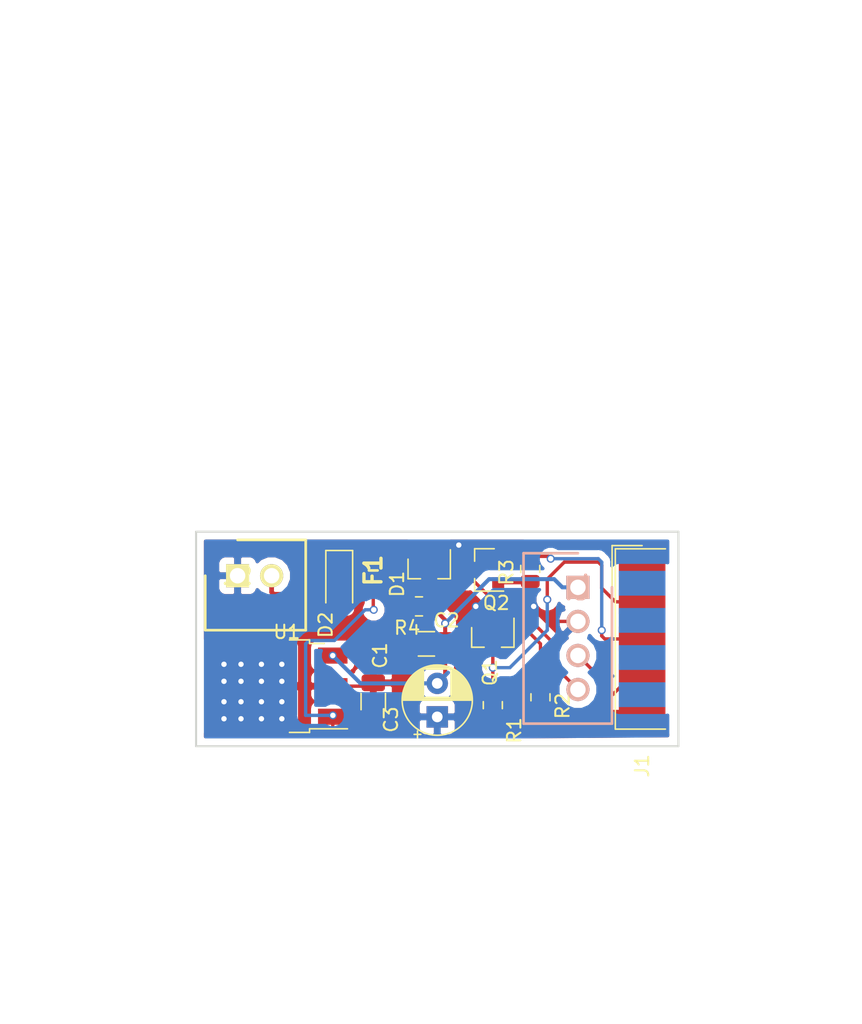
<source format=kicad_pcb>
(kicad_pcb (version 20171130) (host pcbnew "(5.0.0)")

  (general
    (thickness 1.6)
    (drawings 9)
    (tracks 119)
    (zones 0)
    (modules 16)
    (nets 13)
  )

  (page A4)
  (layers
    (0 F.Cu signal)
    (31 B.Cu signal)
    (32 B.Adhes user)
    (33 F.Adhes user)
    (34 B.Paste user)
    (35 F.Paste user)
    (36 B.SilkS user hide)
    (37 F.SilkS user)
    (38 B.Mask user)
    (39 F.Mask user)
    (40 Dwgs.User user)
    (41 Cmts.User user)
    (42 Eco1.User user)
    (43 Eco2.User user)
    (44 Edge.Cuts user)
    (45 Margin user)
    (46 B.CrtYd user)
    (47 F.CrtYd user)
    (48 B.Fab user hide)
    (49 F.Fab user hide)
  )

  (setup
    (last_trace_width 0.25)
    (trace_clearance 0.2)
    (zone_clearance 0.508)
    (zone_45_only no)
    (trace_min 0.2)
    (segment_width 0.2)
    (edge_width 0.15)
    (via_size 0.6)
    (via_drill 0.4)
    (via_min_size 0.4)
    (via_min_drill 0.3)
    (uvia_size 0.3)
    (uvia_drill 0.1)
    (uvias_allowed no)
    (uvia_min_size 0.2)
    (uvia_min_drill 0.1)
    (pcb_text_width 0.3)
    (pcb_text_size 1.5 1.5)
    (mod_edge_width 0.15)
    (mod_text_size 1 1)
    (mod_text_width 0.15)
    (pad_size 1.524 1.524)
    (pad_drill 0.762)
    (pad_to_mask_clearance 0.2)
    (aux_axis_origin 0 0)
    (visible_elements 7FFFFFFF)
    (pcbplotparams
      (layerselection 0x033f0_ffffffff)
      (usegerberextensions false)
      (usegerberattributes false)
      (usegerberadvancedattributes false)
      (creategerberjobfile false)
      (excludeedgelayer true)
      (linewidth 0.300000)
      (plotframeref false)
      (viasonmask false)
      (mode 1)
      (useauxorigin false)
      (hpglpennumber 1)
      (hpglpenspeed 20)
      (hpglpendiameter 15.000000)
      (psnegative false)
      (psa4output false)
      (plotreference true)
      (plotvalue true)
      (plotinvisibletext false)
      (padsonsilk false)
      (subtractmaskfromsilk false)
      (outputformat 1)
      (mirror false)
      (drillshape 0)
      (scaleselection 1)
      (outputdirectory "gerber/"))
  )

  (net 0 "")
  (net 1 "Net-(C1-Pad2)")
  (net 2 +5V)
  (net 3 +12V)
  (net 4 GND)
  (net 5 "Net-(Q1-Pad1)")
  (net 6 "Net-(Q2-Pad1)")
  (net 7 /TX)
  (net 8 /RX)
  (net 9 "Net-(D2-Pad1)")
  (net 10 /RXD)
  (net 11 /TXD)
  (net 12 /DTR)

  (net_class Default "Questo è il gruppo di collegamenti predefinito"
    (clearance 0.2)
    (trace_width 0.25)
    (via_dia 0.6)
    (via_drill 0.4)
    (uvia_dia 0.3)
    (uvia_drill 0.1)
    (add_net /DTR)
    (add_net /RX)
    (add_net /RXD)
    (add_net /TX)
    (add_net /TXD)
    (add_net GND)
    (add_net "Net-(C1-Pad2)")
    (add_net "Net-(D2-Pad1)")
    (add_net "Net-(Q1-Pad1)")
    (add_net "Net-(Q2-Pad1)")
  )

  (net_class +12 ""
    (clearance 0.3)
    (trace_width 0.35)
    (via_dia 0.6)
    (via_drill 0.4)
    (uvia_dia 0.3)
    (uvia_drill 0.1)
    (add_net +12V)
  )

  (net_class +5 ""
    (clearance 0.25)
    (trace_width 0.3)
    (via_dia 0.6)
    (via_drill 0.4)
    (uvia_dia 0.3)
    (uvia_drill 0.1)
    (add_net +5V)
  )

  (module Resistor_SMD:R_0805_2012Metric (layer F.Cu) (tedit 5B36C52B) (tstamp 5BDA1770)
    (at 77.47 80.9475 90)
    (descr "Resistor SMD 0805 (2012 Metric), square (rectangular) end terminal, IPC_7351 nominal, (Body size source: https://docs.google.com/spreadsheets/d/1BsfQQcO9C6DZCsRaXUlFlo91Tg2WpOkGARC1WS5S8t0/edit?usp=sharing), generated with kicad-footprint-generator")
    (tags resistor)
    (path /5BB5CC2F)
    (attr smd)
    (fp_text reference R2 (at -0.65 1.65 90) (layer F.SilkS)
      (effects (font (size 1 1) (thickness 0.15)))
    )
    (fp_text value 4K7 (at 0 1.65 90) (layer F.Fab)
      (effects (font (size 1 1) (thickness 0.15)))
    )
    (fp_text user %R (at 0 0 90) (layer F.Fab)
      (effects (font (size 0.5 0.5) (thickness 0.08)))
    )
    (fp_line (start 1.68 0.95) (end -1.68 0.95) (layer F.CrtYd) (width 0.05))
    (fp_line (start 1.68 -0.95) (end 1.68 0.95) (layer F.CrtYd) (width 0.05))
    (fp_line (start -1.68 -0.95) (end 1.68 -0.95) (layer F.CrtYd) (width 0.05))
    (fp_line (start -1.68 0.95) (end -1.68 -0.95) (layer F.CrtYd) (width 0.05))
    (fp_line (start -0.258578 0.71) (end 0.258578 0.71) (layer F.SilkS) (width 0.12))
    (fp_line (start -0.258578 -0.71) (end 0.258578 -0.71) (layer F.SilkS) (width 0.12))
    (fp_line (start 1 0.6) (end -1 0.6) (layer F.Fab) (width 0.1))
    (fp_line (start 1 -0.6) (end 1 0.6) (layer F.Fab) (width 0.1))
    (fp_line (start -1 -0.6) (end 1 -0.6) (layer F.Fab) (width 0.1))
    (fp_line (start -1 0.6) (end -1 -0.6) (layer F.Fab) (width 0.1))
    (pad 2 smd roundrect (at 0.9375 0 90) (size 0.975 1.4) (layers F.Cu F.Paste F.Mask) (roundrect_rratio 0.25)
      (net 5 "Net-(Q1-Pad1)"))
    (pad 1 smd roundrect (at -0.9375 0 90) (size 0.975 1.4) (layers F.Cu F.Paste F.Mask) (roundrect_rratio 0.25)
      (net 7 /TX))
    (model ${KISYS3DMOD}/Resistor_SMD.3dshapes/R_0805_2012Metric.wrl
      (at (xyz 0 0 0))
      (scale (xyz 1 1 1))
      (rotate (xyz 0 0 0))
    )
  )

  (module Package_TO_SOT_SMD:SOT-23 (layer F.Cu) (tedit 5A02FF57) (tstamp 5BDA0E00)
    (at 73.914 76.454 270)
    (descr "SOT-23, Standard")
    (tags SOT-23)
    (path /5BB517E3)
    (attr smd)
    (fp_text reference Q1 (at 2.65 0.220162 270) (layer F.SilkS)
      (effects (font (size 1 1) (thickness 0.15)))
    )
    (fp_text value BC817 (at 0 2.5 270) (layer F.Fab)
      (effects (font (size 1 1) (thickness 0.15)))
    )
    (fp_text user %R (at -2.54 0) (layer F.Fab)
      (effects (font (size 0.5 0.5) (thickness 0.075)))
    )
    (fp_line (start -0.7 -0.95) (end -0.7 1.5) (layer F.Fab) (width 0.1))
    (fp_line (start -0.15 -1.52) (end 0.7 -1.52) (layer F.Fab) (width 0.1))
    (fp_line (start -0.7 -0.95) (end -0.15 -1.52) (layer F.Fab) (width 0.1))
    (fp_line (start 0.7 -1.52) (end 0.7 1.52) (layer F.Fab) (width 0.1))
    (fp_line (start -0.7 1.52) (end 0.7 1.52) (layer F.Fab) (width 0.1))
    (fp_line (start 0.76 1.58) (end 0.76 0.65) (layer F.SilkS) (width 0.12))
    (fp_line (start 0.76 -1.58) (end 0.76 -0.65) (layer F.SilkS) (width 0.12))
    (fp_line (start -1.7 -1.75) (end 1.7 -1.75) (layer F.CrtYd) (width 0.05))
    (fp_line (start 1.7 -1.75) (end 1.7 1.75) (layer F.CrtYd) (width 0.05))
    (fp_line (start 1.7 1.75) (end -1.7 1.75) (layer F.CrtYd) (width 0.05))
    (fp_line (start -1.7 1.75) (end -1.7 -1.75) (layer F.CrtYd) (width 0.05))
    (fp_line (start 0.76 -1.58) (end -1.4 -1.58) (layer F.SilkS) (width 0.12))
    (fp_line (start 0.76 1.58) (end -0.7 1.58) (layer F.SilkS) (width 0.12))
    (pad 1 smd rect (at -1 -0.95 270) (size 0.9 0.8) (layers F.Cu F.Paste F.Mask)
      (net 5 "Net-(Q1-Pad1)"))
    (pad 2 smd rect (at -1 0.95 270) (size 0.9 0.8) (layers F.Cu F.Paste F.Mask)
      (net 4 GND))
    (pad 3 smd rect (at 1 0 270) (size 0.9 0.8) (layers F.Cu F.Paste F.Mask)
      (net 10 /RXD))
    (model ${KISYS3DMOD}/Package_TO_SOT_SMD.3dshapes/SOT-23.wrl
      (at (xyz 0 0 0))
      (scale (xyz 1 1 1))
      (rotate (xyz 0 0 0))
    )
  )

  (module Package_TO_SOT_SMD:SOT-23 (layer F.Cu) (tedit 5A02FF57) (tstamp 5BC120A1)
    (at 73.316162 71.447928 180)
    (descr "SOT-23, Standard")
    (tags SOT-23)
    (path /5BB524BB)
    (attr smd)
    (fp_text reference Q2 (at -0.851838 -2.466072 180) (layer F.SilkS)
      (effects (font (size 1 1) (thickness 0.15)))
    )
    (fp_text value BC817 (at 0 2.5 180) (layer F.Fab)
      (effects (font (size 1 1) (thickness 0.15)))
    )
    (fp_line (start 0.76 1.58) (end -0.7 1.58) (layer F.SilkS) (width 0.12))
    (fp_line (start 0.76 -1.58) (end -1.4 -1.58) (layer F.SilkS) (width 0.12))
    (fp_line (start -1.7 1.75) (end -1.7 -1.75) (layer F.CrtYd) (width 0.05))
    (fp_line (start 1.7 1.75) (end -1.7 1.75) (layer F.CrtYd) (width 0.05))
    (fp_line (start 1.7 -1.75) (end 1.7 1.75) (layer F.CrtYd) (width 0.05))
    (fp_line (start -1.7 -1.75) (end 1.7 -1.75) (layer F.CrtYd) (width 0.05))
    (fp_line (start 0.76 -1.58) (end 0.76 -0.65) (layer F.SilkS) (width 0.12))
    (fp_line (start 0.76 1.58) (end 0.76 0.65) (layer F.SilkS) (width 0.12))
    (fp_line (start -0.7 1.52) (end 0.7 1.52) (layer F.Fab) (width 0.1))
    (fp_line (start 0.7 -1.52) (end 0.7 1.52) (layer F.Fab) (width 0.1))
    (fp_line (start -0.7 -0.95) (end -0.15 -1.52) (layer F.Fab) (width 0.1))
    (fp_line (start -0.15 -1.52) (end 0.7 -1.52) (layer F.Fab) (width 0.1))
    (fp_line (start -0.7 -0.95) (end -0.7 1.5) (layer F.Fab) (width 0.1))
    (fp_text user %R (at 0 0 270) (layer F.Fab)
      (effects (font (size 0.5 0.5) (thickness 0.075)))
    )
    (pad 3 smd rect (at 1 0 180) (size 0.9 0.8) (layers F.Cu F.Paste F.Mask)
      (net 8 /RX))
    (pad 2 smd rect (at -1 0.95 180) (size 0.9 0.8) (layers F.Cu F.Paste F.Mask)
      (net 4 GND))
    (pad 1 smd rect (at -1 -0.95 180) (size 0.9 0.8) (layers F.Cu F.Paste F.Mask)
      (net 6 "Net-(Q2-Pad1)"))
    (model ${KISYS3DMOD}/Package_TO_SOT_SMD.3dshapes/SOT-23.wrl
      (at (xyz 0 0 0))
      (scale (xyz 1 1 1))
      (rotate (xyz 0 0 0))
    )
  )

  (module Resistor_SMD:R_0805_2012Metric (layer F.Cu) (tedit 5B36C52B) (tstamp 5BC11EBF)
    (at 73.914 81.534 90)
    (descr "Resistor SMD 0805 (2012 Metric), square (rectangular) end terminal, IPC_7351 nominal, (Body size source: https://docs.google.com/spreadsheets/d/1BsfQQcO9C6DZCsRaXUlFlo91Tg2WpOkGARC1WS5S8t0/edit?usp=sharing), generated with kicad-footprint-generator")
    (tags resistor)
    (path /5BB524B9)
    (attr smd)
    (fp_text reference R1 (at -1.8875 1.6 90) (layer F.SilkS)
      (effects (font (size 1 1) (thickness 0.15)))
    )
    (fp_text value 3K9 (at 0 1.65 90) (layer F.Fab)
      (effects (font (size 1 1) (thickness 0.15)))
    )
    (fp_line (start -1 0.6) (end -1 -0.6) (layer F.Fab) (width 0.1))
    (fp_line (start -1 -0.6) (end 1 -0.6) (layer F.Fab) (width 0.1))
    (fp_line (start 1 -0.6) (end 1 0.6) (layer F.Fab) (width 0.1))
    (fp_line (start 1 0.6) (end -1 0.6) (layer F.Fab) (width 0.1))
    (fp_line (start -0.258578 -0.71) (end 0.258578 -0.71) (layer F.SilkS) (width 0.12))
    (fp_line (start -0.258578 0.71) (end 0.258578 0.71) (layer F.SilkS) (width 0.12))
    (fp_line (start -1.68 0.95) (end -1.68 -0.95) (layer F.CrtYd) (width 0.05))
    (fp_line (start -1.68 -0.95) (end 1.68 -0.95) (layer F.CrtYd) (width 0.05))
    (fp_line (start 1.68 -0.95) (end 1.68 0.95) (layer F.CrtYd) (width 0.05))
    (fp_line (start 1.68 0.95) (end -1.68 0.95) (layer F.CrtYd) (width 0.05))
    (fp_text user %R (at 0.0625 0 90) (layer F.Fab)
      (effects (font (size 0.5 0.5) (thickness 0.08)))
    )
    (pad 1 smd roundrect (at -0.9375 0 90) (size 0.975 1.4) (layers F.Cu F.Paste F.Mask) (roundrect_rratio 0.25)
      (net 12 /DTR))
    (pad 2 smd roundrect (at 0.9375 0 90) (size 0.975 1.4) (layers F.Cu F.Paste F.Mask) (roundrect_rratio 0.25)
      (net 10 /RXD))
    (model ${KISYS3DMOD}/Resistor_SMD.3dshapes/R_0805_2012Metric.wrl
      (at (xyz 0 0 0))
      (scale (xyz 1 1 1))
      (rotate (xyz 0 0 0))
    )
  )

  (module Resistor_SMD:R_0805_2012Metric (layer F.Cu) (tedit 5B36C52B) (tstamp 5BB5E4C6)
    (at 76.708 71.374 90)
    (descr "Resistor SMD 0805 (2012 Metric), square (rectangular) end terminal, IPC_7351 nominal, (Body size source: https://docs.google.com/spreadsheets/d/1BsfQQcO9C6DZCsRaXUlFlo91Tg2WpOkGARC1WS5S8t0/edit?usp=sharing), generated with kicad-footprint-generator")
    (tags resistor)
    (path /5BA0F2A7)
    (attr smd)
    (fp_text reference R3 (at -0.254 -1.778 90) (layer F.SilkS)
      (effects (font (size 1 1) (thickness 0.15)))
    )
    (fp_text value 22K (at 0 1.65 90) (layer F.Fab)
      (effects (font (size 1 1) (thickness 0.15)))
    )
    (fp_line (start -1 0.6) (end -1 -0.6) (layer F.Fab) (width 0.1))
    (fp_line (start -1 -0.6) (end 1 -0.6) (layer F.Fab) (width 0.1))
    (fp_line (start 1 -0.6) (end 1 0.6) (layer F.Fab) (width 0.1))
    (fp_line (start 1 0.6) (end -1 0.6) (layer F.Fab) (width 0.1))
    (fp_line (start -0.258578 -0.71) (end 0.258578 -0.71) (layer F.SilkS) (width 0.12))
    (fp_line (start -0.258578 0.71) (end 0.258578 0.71) (layer F.SilkS) (width 0.12))
    (fp_line (start -1.68 0.95) (end -1.68 -0.95) (layer F.CrtYd) (width 0.05))
    (fp_line (start -1.68 -0.95) (end 1.68 -0.95) (layer F.CrtYd) (width 0.05))
    (fp_line (start 1.68 -0.95) (end 1.68 0.95) (layer F.CrtYd) (width 0.05))
    (fp_line (start 1.68 0.95) (end -1.68 0.95) (layer F.CrtYd) (width 0.05))
    (fp_text user %R (at 0 0 90) (layer F.Fab)
      (effects (font (size 0.5 0.5) (thickness 0.08)))
    )
    (pad 1 smd roundrect (at -0.9375 0 90) (size 0.975 1.4) (layers F.Cu F.Paste F.Mask) (roundrect_rratio 0.25)
      (net 6 "Net-(Q2-Pad1)"))
    (pad 2 smd roundrect (at 0.9375 0 90) (size 0.975 1.4) (layers F.Cu F.Paste F.Mask) (roundrect_rratio 0.25)
      (net 11 /TXD))
    (model ${KISYS3DMOD}/Resistor_SMD.3dshapes/R_0805_2012Metric.wrl
      (at (xyz 0 0 0))
      (scale (xyz 1 1 1))
      (rotate (xyz 0 0 0))
    )
  )

  (module Resistor_SMD:R_0805_2012Metric (layer F.Cu) (tedit 5B36C52B) (tstamp 5BC12031)
    (at 68.4045 74.168)
    (descr "Resistor SMD 0805 (2012 Metric), square (rectangular) end terminal, IPC_7351 nominal, (Body size source: https://docs.google.com/spreadsheets/d/1BsfQQcO9C6DZCsRaXUlFlo91Tg2WpOkGARC1WS5S8t0/edit?usp=sharing), generated with kicad-footprint-generator")
    (tags resistor)
    (path /5BA0F3E3)
    (attr smd)
    (fp_text reference R4 (at -0.8875 1.6) (layer F.SilkS)
      (effects (font (size 1 1) (thickness 0.15)))
    )
    (fp_text value 1.5K (at 0 1.65) (layer F.Fab)
      (effects (font (size 1 1) (thickness 0.15)))
    )
    (fp_text user %R (at 2.54 1.27) (layer F.Fab)
      (effects (font (size 0.5 0.5) (thickness 0.08)))
    )
    (fp_line (start 1.68 0.95) (end -1.68 0.95) (layer F.CrtYd) (width 0.05))
    (fp_line (start 1.68 -0.95) (end 1.68 0.95) (layer F.CrtYd) (width 0.05))
    (fp_line (start -1.68 -0.95) (end 1.68 -0.95) (layer F.CrtYd) (width 0.05))
    (fp_line (start -1.68 0.95) (end -1.68 -0.95) (layer F.CrtYd) (width 0.05))
    (fp_line (start -0.258578 0.71) (end 0.258578 0.71) (layer F.SilkS) (width 0.12))
    (fp_line (start -0.258578 -0.71) (end 0.258578 -0.71) (layer F.SilkS) (width 0.12))
    (fp_line (start 1 0.6) (end -1 0.6) (layer F.Fab) (width 0.1))
    (fp_line (start 1 -0.6) (end 1 0.6) (layer F.Fab) (width 0.1))
    (fp_line (start -1 -0.6) (end 1 -0.6) (layer F.Fab) (width 0.1))
    (fp_line (start -1 0.6) (end -1 -0.6) (layer F.Fab) (width 0.1))
    (pad 2 smd roundrect (at 0.9375 0) (size 0.975 1.4) (layers F.Cu F.Paste F.Mask) (roundrect_rratio 0.25)
      (net 2 +5V))
    (pad 1 smd roundrect (at -0.9375 0) (size 0.975 1.4) (layers F.Cu F.Paste F.Mask) (roundrect_rratio 0.25)
      (net 8 /RX))
    (model ${KISYS3DMOD}/Resistor_SMD.3dshapes/R_0805_2012Metric.wrl
      (at (xyz 0 0 0))
      (scale (xyz 1 1 1))
      (rotate (xyz 0 0 0))
    )
  )

  (module Diode_SMD:D_SOT-23_ANK (layer F.Cu) (tedit 587CCEF9) (tstamp 5BC14C7A)
    (at 69.166162 71.347928 270)
    (descr "SOT-23, Single Diode")
    (tags SOT-23)
    (path /5BA0F457)
    (attr smd)
    (fp_text reference D1 (at 1.156 2.398 270) (layer F.SilkS)
      (effects (font (size 1 1) (thickness 0.15)))
    )
    (fp_text value 3V3 (at 0 2.5 270) (layer F.Fab)
      (effects (font (size 1 1) (thickness 0.15)))
    )
    (fp_text user %R (at 0 -2.5 270) (layer F.Fab)
      (effects (font (size 1 1) (thickness 0.15)))
    )
    (fp_line (start -0.15 -0.45) (end -0.4 -0.45) (layer F.Fab) (width 0.1))
    (fp_line (start -0.15 -0.25) (end 0.15 -0.45) (layer F.Fab) (width 0.1))
    (fp_line (start -0.15 -0.65) (end -0.15 -0.25) (layer F.Fab) (width 0.1))
    (fp_line (start 0.15 -0.45) (end -0.15 -0.65) (layer F.Fab) (width 0.1))
    (fp_line (start 0.15 -0.45) (end 0.4 -0.45) (layer F.Fab) (width 0.1))
    (fp_line (start 0.15 -0.65) (end 0.15 -0.25) (layer F.Fab) (width 0.1))
    (fp_line (start 0.76 1.58) (end 0.76 0.65) (layer F.SilkS) (width 0.12))
    (fp_line (start 0.76 -1.58) (end 0.76 -0.65) (layer F.SilkS) (width 0.12))
    (fp_line (start 0.7 -1.52) (end 0.7 1.52) (layer F.Fab) (width 0.1))
    (fp_line (start -0.7 1.52) (end 0.7 1.52) (layer F.Fab) (width 0.1))
    (fp_line (start -1.7 -1.75) (end 1.7 -1.75) (layer F.CrtYd) (width 0.05))
    (fp_line (start 1.7 -1.75) (end 1.7 1.75) (layer F.CrtYd) (width 0.05))
    (fp_line (start 1.7 1.75) (end -1.7 1.75) (layer F.CrtYd) (width 0.05))
    (fp_line (start -1.7 1.75) (end -1.7 -1.75) (layer F.CrtYd) (width 0.05))
    (fp_line (start 0.76 -1.58) (end -1.4 -1.58) (layer F.SilkS) (width 0.12))
    (fp_line (start -0.7 -1.52) (end 0.7 -1.52) (layer F.Fab) (width 0.1))
    (fp_line (start -0.7 -1.52) (end -0.7 1.52) (layer F.Fab) (width 0.1))
    (fp_line (start 0.76 1.58) (end -0.7 1.58) (layer F.SilkS) (width 0.12))
    (pad 2 smd rect (at -1 -0.95 270) (size 0.9 0.8) (layers F.Cu F.Paste F.Mask)
      (net 4 GND))
    (pad "" smd rect (at -1 0.95 270) (size 0.9 0.8) (layers F.Cu F.Paste F.Mask))
    (pad 1 smd rect (at 1 0 270) (size 0.9 0.8) (layers F.Cu F.Paste F.Mask)
      (net 8 /RX))
    (model ${KISYS3DMOD}/Diode_SMD.3dshapes/D_SOT-23.wrl
      (at (xyz 0 0 0))
      (scale (xyz 1 1 1))
      (rotate (xyz 0 0 0))
    )
  )

  (module Package_TO_SOT_SMD:TO-252-3_TabPin2 (layer F.Cu) (tedit 5A70F30B) (tstamp 5BC12FBF)
    (at 57.766162 80.117928 180)
    (descr "TO-252 / DPAK SMD package, http://www.infineon.com/cms/en/product/packages/PG-TO252/PG-TO252-3-1/")
    (tags "DPAK TO-252 DPAK-3 TO-252-3 SOT-428")
    (path /5BA0AC9F)
    (attr smd)
    (fp_text reference U1 (at -0.77 4.04 180) (layer F.SilkS)
      (effects (font (size 1 1) (thickness 0.15)))
    )
    (fp_text value L7805 (at 0 4.5 180) (layer F.Fab)
      (effects (font (size 1 1) (thickness 0.15)))
    )
    (fp_line (start 3.95 -2.7) (end 4.95 -2.7) (layer F.Fab) (width 0.1))
    (fp_line (start 4.95 -2.7) (end 4.95 2.7) (layer F.Fab) (width 0.1))
    (fp_line (start 4.95 2.7) (end 3.95 2.7) (layer F.Fab) (width 0.1))
    (fp_line (start 3.95 -3.25) (end 3.95 3.25) (layer F.Fab) (width 0.1))
    (fp_line (start 3.95 3.25) (end -2.27 3.25) (layer F.Fab) (width 0.1))
    (fp_line (start -2.27 3.25) (end -2.27 -2.25) (layer F.Fab) (width 0.1))
    (fp_line (start -2.27 -2.25) (end -1.27 -3.25) (layer F.Fab) (width 0.1))
    (fp_line (start -1.27 -3.25) (end 3.95 -3.25) (layer F.Fab) (width 0.1))
    (fp_line (start -1.865 -2.655) (end -4.97 -2.655) (layer F.Fab) (width 0.1))
    (fp_line (start -4.97 -2.655) (end -4.97 -1.905) (layer F.Fab) (width 0.1))
    (fp_line (start -4.97 -1.905) (end -2.27 -1.905) (layer F.Fab) (width 0.1))
    (fp_line (start -2.27 -0.375) (end -4.97 -0.375) (layer F.Fab) (width 0.1))
    (fp_line (start -4.97 -0.375) (end -4.97 0.375) (layer F.Fab) (width 0.1))
    (fp_line (start -4.97 0.375) (end -2.27 0.375) (layer F.Fab) (width 0.1))
    (fp_line (start -2.27 1.905) (end -4.97 1.905) (layer F.Fab) (width 0.1))
    (fp_line (start -4.97 1.905) (end -4.97 2.655) (layer F.Fab) (width 0.1))
    (fp_line (start -4.97 2.655) (end -2.27 2.655) (layer F.Fab) (width 0.1))
    (fp_line (start -0.97 -3.45) (end -2.47 -3.45) (layer F.SilkS) (width 0.12))
    (fp_line (start -2.47 -3.45) (end -2.47 -3.18) (layer F.SilkS) (width 0.12))
    (fp_line (start -2.47 -3.18) (end -5.3 -3.18) (layer F.SilkS) (width 0.12))
    (fp_line (start -0.97 3.45) (end -2.47 3.45) (layer F.SilkS) (width 0.12))
    (fp_line (start -2.47 3.45) (end -2.47 3.18) (layer F.SilkS) (width 0.12))
    (fp_line (start -2.47 3.18) (end -3.57 3.18) (layer F.SilkS) (width 0.12))
    (fp_line (start -5.55 -3.5) (end -5.55 3.5) (layer F.CrtYd) (width 0.05))
    (fp_line (start -5.55 3.5) (end 5.55 3.5) (layer F.CrtYd) (width 0.05))
    (fp_line (start 5.55 3.5) (end 5.55 -3.5) (layer F.CrtYd) (width 0.05))
    (fp_line (start 5.55 -3.5) (end -5.55 -3.5) (layer F.CrtYd) (width 0.05))
    (fp_text user %R (at 0 0 180) (layer F.Fab)
      (effects (font (size 1 1) (thickness 0.15)))
    )
    (pad 1 smd rect (at -4.2 -2.28 180) (size 2.2 1.2) (layers F.Cu F.Paste F.Mask)
      (net 1 "Net-(C1-Pad2)"))
    (pad 2 smd rect (at -4.2 0 180) (size 2.2 1.2) (layers F.Cu F.Paste F.Mask)
      (net 4 GND))
    (pad 3 smd rect (at -4.2 2.28 180) (size 2.2 1.2) (layers F.Cu F.Paste F.Mask)
      (net 2 +5V))
    (pad 2 smd rect (at 2.1 0 180) (size 6.4 5.8) (layers F.Cu F.Mask)
      (net 4 GND))
    (pad "" smd rect (at 3.775 1.525 180) (size 3.05 2.75) (layers F.Paste))
    (pad "" smd rect (at 0.425 -1.525 180) (size 3.05 2.75) (layers F.Paste))
    (pad "" smd rect (at 3.775 -1.525 180) (size 3.05 2.75) (layers F.Paste))
    (pad "" smd rect (at 0.425 1.525 180) (size 3.05 2.75) (layers F.Paste))
    (model ${KISYS3DMOD}/Package_TO_SOT_SMD.3dshapes/TO-252-3_TabPin2.wrl
      (at (xyz 0 0 0))
      (scale (xyz 1 1 1))
      (rotate (xyz 0 0 0))
    )
  )

  (module Capacitor_SMD:C_1206_3216Metric (layer F.Cu) (tedit 5B301BBE) (tstamp 5BC138C5)
    (at 64.990162 81.269928 270)
    (descr "Capacitor SMD 1206 (3216 Metric), square (rectangular) end terminal, IPC_7351 nominal, (Body size source: http://www.tortai-tech.com/upload/download/2011102023233369053.pdf), generated with kicad-footprint-generator")
    (tags capacitor)
    (path /5BA0AA5E)
    (attr smd)
    (fp_text reference C1 (at -3.432 -0.508 270) (layer F.SilkS)
      (effects (font (size 1 1) (thickness 0.15)))
    )
    (fp_text value C (at 0 1.82 270) (layer F.Fab)
      (effects (font (size 1 1) (thickness 0.15)))
    )
    (fp_line (start -1.6 0.8) (end -1.6 -0.8) (layer F.Fab) (width 0.1))
    (fp_line (start -1.6 -0.8) (end 1.6 -0.8) (layer F.Fab) (width 0.1))
    (fp_line (start 1.6 -0.8) (end 1.6 0.8) (layer F.Fab) (width 0.1))
    (fp_line (start 1.6 0.8) (end -1.6 0.8) (layer F.Fab) (width 0.1))
    (fp_line (start -0.602064 -0.91) (end 0.602064 -0.91) (layer F.SilkS) (width 0.12))
    (fp_line (start -0.602064 0.91) (end 0.602064 0.91) (layer F.SilkS) (width 0.12))
    (fp_line (start -2.28 1.12) (end -2.28 -1.12) (layer F.CrtYd) (width 0.05))
    (fp_line (start -2.28 -1.12) (end 2.28 -1.12) (layer F.CrtYd) (width 0.05))
    (fp_line (start 2.28 -1.12) (end 2.28 1.12) (layer F.CrtYd) (width 0.05))
    (fp_line (start 2.28 1.12) (end -2.28 1.12) (layer F.CrtYd) (width 0.05))
    (fp_text user %R (at 0 0 270) (layer F.Fab)
      (effects (font (size 0.8 0.8) (thickness 0.12)))
    )
    (pad 1 smd roundrect (at -1.4 0 270) (size 1.25 1.75) (layers F.Cu F.Paste F.Mask) (roundrect_rratio 0.2)
      (net 4 GND))
    (pad 2 smd roundrect (at 1.4 0 270) (size 1.25 1.75) (layers F.Cu F.Paste F.Mask) (roundrect_rratio 0.2)
      (net 1 "Net-(C1-Pad2)"))
    (model ${KISYS3DMOD}/Capacitor_SMD.3dshapes/C_1206_3216Metric.wrl
      (at (xyz 0 0 0))
      (scale (xyz 1 1 1))
      (rotate (xyz 0 0 0))
    )
  )

  (module Capacitor_SMD:C_1206_3216Metric (layer F.Cu) (tedit 5B301BBE) (tstamp 5BDA1525)
    (at 68.958 76.962)
    (descr "Capacitor SMD 1206 (3216 Metric), square (rectangular) end terminal, IPC_7351 nominal, (Body size source: http://www.tortai-tech.com/upload/download/2011102023233369053.pdf), generated with kicad-footprint-generator")
    (tags capacitor)
    (path /5BA0AE55)
    (attr smd)
    (fp_text reference C2 (at 1.5 -1.75) (layer F.SilkS)
      (effects (font (size 1 1) (thickness 0.15)))
    )
    (fp_text value C (at 0 1.82) (layer F.Fab)
      (effects (font (size 1 1) (thickness 0.15)))
    )
    (fp_text user %R (at 0 0) (layer F.Fab)
      (effects (font (size 0.8 0.8) (thickness 0.12)))
    )
    (fp_line (start 2.28 1.12) (end -2.28 1.12) (layer F.CrtYd) (width 0.05))
    (fp_line (start 2.28 -1.12) (end 2.28 1.12) (layer F.CrtYd) (width 0.05))
    (fp_line (start -2.28 -1.12) (end 2.28 -1.12) (layer F.CrtYd) (width 0.05))
    (fp_line (start -2.28 1.12) (end -2.28 -1.12) (layer F.CrtYd) (width 0.05))
    (fp_line (start -0.602064 0.91) (end 0.602064 0.91) (layer F.SilkS) (width 0.12))
    (fp_line (start -0.602064 -0.91) (end 0.602064 -0.91) (layer F.SilkS) (width 0.12))
    (fp_line (start 1.6 0.8) (end -1.6 0.8) (layer F.Fab) (width 0.1))
    (fp_line (start 1.6 -0.8) (end 1.6 0.8) (layer F.Fab) (width 0.1))
    (fp_line (start -1.6 -0.8) (end 1.6 -0.8) (layer F.Fab) (width 0.1))
    (fp_line (start -1.6 0.8) (end -1.6 -0.8) (layer F.Fab) (width 0.1))
    (pad 2 smd roundrect (at 1.4 0) (size 1.25 1.75) (layers F.Cu F.Paste F.Mask) (roundrect_rratio 0.2)
      (net 2 +5V))
    (pad 1 smd roundrect (at -1.4 0) (size 1.25 1.75) (layers F.Cu F.Paste F.Mask) (roundrect_rratio 0.2)
      (net 4 GND))
    (model ${KISYS3DMOD}/Capacitor_SMD.3dshapes/C_1206_3216Metric.wrl
      (at (xyz 0 0 0))
      (scale (xyz 1 1 1))
      (rotate (xyz 0 0 0))
    )
  )

  (module Connector_Dsub:DSUB-9_Female_EdgeMount_P2.77mm (layer F.Cu) (tedit 59FEDEE2) (tstamp 5BC13DF7)
    (at 85.056162 76.597928 90)
    (descr "9-pin D-Sub connector, solder-cups edge-mounted, female, x-pin-pitch 2.77mm, distance of mounting holes 25mm, see https://disti-assets.s3.amazonaws.com/tonar/files/datasheets/16730.pdf")
    (tags "9-pin D-Sub connector edge mount solder cup female x-pin-pitch 2.77mm mounting holes distance 25mm")
    (path /5BA0ED3A)
    (attr smd)
    (fp_text reference J1 (at -9.463333 0 90) (layer F.SilkS)
      (effects (font (size 1 1) (thickness 0.15)))
    )
    (fp_text value DB9_Female (at 0 16.86 90) (layer F.Fab)
      (effects (font (size 1 1) (thickness 0.15)))
    )
    (fp_line (start 4.94 -0.91) (end 4.94 1.99) (layer F.Fab) (width 0.1))
    (fp_line (start 4.94 1.99) (end 6.14 1.99) (layer F.Fab) (width 0.1))
    (fp_line (start 6.14 1.99) (end 6.14 -0.91) (layer F.Fab) (width 0.1))
    (fp_line (start 6.14 -0.91) (end 4.94 -0.91) (layer F.Fab) (width 0.1))
    (fp_line (start 2.17 -0.91) (end 2.17 1.99) (layer F.Fab) (width 0.1))
    (fp_line (start 2.17 1.99) (end 3.37 1.99) (layer F.Fab) (width 0.1))
    (fp_line (start 3.37 1.99) (end 3.37 -0.91) (layer F.Fab) (width 0.1))
    (fp_line (start 3.37 -0.91) (end 2.17 -0.91) (layer F.Fab) (width 0.1))
    (fp_line (start -0.6 -0.91) (end -0.6 1.99) (layer F.Fab) (width 0.1))
    (fp_line (start -0.6 1.99) (end 0.6 1.99) (layer F.Fab) (width 0.1))
    (fp_line (start 0.6 1.99) (end 0.6 -0.91) (layer F.Fab) (width 0.1))
    (fp_line (start 0.6 -0.91) (end -0.6 -0.91) (layer F.Fab) (width 0.1))
    (fp_line (start -3.37 -0.91) (end -3.37 1.99) (layer F.Fab) (width 0.1))
    (fp_line (start -3.37 1.99) (end -2.17 1.99) (layer F.Fab) (width 0.1))
    (fp_line (start -2.17 1.99) (end -2.17 -0.91) (layer F.Fab) (width 0.1))
    (fp_line (start -2.17 -0.91) (end -3.37 -0.91) (layer F.Fab) (width 0.1))
    (fp_line (start -6.14 -0.91) (end -6.14 1.99) (layer F.Fab) (width 0.1))
    (fp_line (start -6.14 1.99) (end -4.94 1.99) (layer F.Fab) (width 0.1))
    (fp_line (start -4.94 1.99) (end -4.94 -0.91) (layer F.Fab) (width 0.1))
    (fp_line (start -4.94 -0.91) (end -6.14 -0.91) (layer F.Fab) (width 0.1))
    (fp_line (start 3.555 -0.91) (end 3.555 1.99) (layer B.Fab) (width 0.1))
    (fp_line (start 3.555 1.99) (end 4.755 1.99) (layer B.Fab) (width 0.1))
    (fp_line (start 4.755 1.99) (end 4.755 -0.91) (layer B.Fab) (width 0.1))
    (fp_line (start 4.755 -0.91) (end 3.555 -0.91) (layer B.Fab) (width 0.1))
    (fp_line (start 0.785 -0.91) (end 0.785 1.99) (layer B.Fab) (width 0.1))
    (fp_line (start 0.785 1.99) (end 1.985 1.99) (layer B.Fab) (width 0.1))
    (fp_line (start 1.985 1.99) (end 1.985 -0.91) (layer B.Fab) (width 0.1))
    (fp_line (start 1.985 -0.91) (end 0.785 -0.91) (layer B.Fab) (width 0.1))
    (fp_line (start -1.985 -0.91) (end -1.985 1.99) (layer B.Fab) (width 0.1))
    (fp_line (start -1.985 1.99) (end -0.785 1.99) (layer B.Fab) (width 0.1))
    (fp_line (start -0.785 1.99) (end -0.785 -0.91) (layer B.Fab) (width 0.1))
    (fp_line (start -0.785 -0.91) (end -1.985 -0.91) (layer B.Fab) (width 0.1))
    (fp_line (start -4.755 -0.91) (end -4.755 1.99) (layer B.Fab) (width 0.1))
    (fp_line (start -4.755 1.99) (end -3.555 1.99) (layer B.Fab) (width 0.1))
    (fp_line (start -3.555 1.99) (end -3.555 -0.91) (layer B.Fab) (width 0.1))
    (fp_line (start -3.555 -0.91) (end -4.755 -0.91) (layer B.Fab) (width 0.1))
    (fp_line (start -7.55 1.99) (end -7.55 4.79) (layer F.Fab) (width 0.1))
    (fp_line (start -7.55 4.79) (end 7.55 4.79) (layer F.Fab) (width 0.1))
    (fp_line (start 7.55 4.79) (end 7.55 1.99) (layer F.Fab) (width 0.1))
    (fp_line (start 7.55 1.99) (end -7.55 1.99) (layer F.Fab) (width 0.1))
    (fp_line (start -8.55 4.79) (end -8.55 9.29) (layer F.Fab) (width 0.1))
    (fp_line (start -8.55 9.29) (end 8.55 9.29) (layer F.Fab) (width 0.1))
    (fp_line (start 8.55 9.29) (end 8.55 4.79) (layer F.Fab) (width 0.1))
    (fp_line (start 8.55 4.79) (end -8.55 4.79) (layer F.Fab) (width 0.1))
    (fp_line (start -15.425 9.29) (end -15.425 9.69) (layer F.Fab) (width 0.1))
    (fp_line (start -15.425 9.69) (end 15.425 9.69) (layer F.Fab) (width 0.1))
    (fp_line (start 15.425 9.69) (end 15.425 9.29) (layer F.Fab) (width 0.1))
    (fp_line (start 15.425 9.29) (end -15.425 9.29) (layer F.Fab) (width 0.1))
    (fp_line (start -8.15 9.69) (end -8.15 15.86) (layer F.Fab) (width 0.1))
    (fp_line (start -8.15 15.86) (end 8.15 15.86) (layer F.Fab) (width 0.1))
    (fp_line (start 8.15 15.86) (end 8.15 9.69) (layer F.Fab) (width 0.1))
    (fp_line (start 8.15 9.69) (end -8.15 9.69) (layer F.Fab) (width 0.1))
    (fp_line (start -7 -2.25) (end 7 -2.25) (layer F.CrtYd) (width 0.05))
    (fp_line (start 7 -2.25) (end 7 1.5) (layer F.CrtYd) (width 0.05))
    (fp_line (start 7 1.5) (end 8.05 1.5) (layer F.CrtYd) (width 0.05))
    (fp_line (start 8.05 1.5) (end 8.05 4.3) (layer F.CrtYd) (width 0.05))
    (fp_line (start 8.05 4.3) (end 9.05 4.3) (layer F.CrtYd) (width 0.05))
    (fp_line (start 9.05 4.3) (end 9.05 8.8) (layer F.CrtYd) (width 0.05))
    (fp_line (start 9.05 8.8) (end 15.95 8.8) (layer F.CrtYd) (width 0.05))
    (fp_line (start 15.95 8.8) (end 15.95 10.2) (layer F.CrtYd) (width 0.05))
    (fp_line (start 15.95 10.2) (end 8.65 10.2) (layer F.CrtYd) (width 0.05))
    (fp_line (start 8.65 10.2) (end 8.65 16.4) (layer F.CrtYd) (width 0.05))
    (fp_line (start 8.65 16.4) (end -8.65 16.4) (layer F.CrtYd) (width 0.05))
    (fp_line (start -8.65 16.4) (end -8.65 10.2) (layer F.CrtYd) (width 0.05))
    (fp_line (start -8.65 10.2) (end -15.95 10.2) (layer F.CrtYd) (width 0.05))
    (fp_line (start -15.95 10.2) (end -15.95 8.8) (layer F.CrtYd) (width 0.05))
    (fp_line (start -15.95 8.8) (end -9.05 8.8) (layer F.CrtYd) (width 0.05))
    (fp_line (start -9.05 8.8) (end -9.05 4.3) (layer F.CrtYd) (width 0.05))
    (fp_line (start -9.05 4.3) (end -8.05 4.3) (layer F.CrtYd) (width 0.05))
    (fp_line (start -8.05 4.3) (end -8.05 1.5) (layer F.CrtYd) (width 0.05))
    (fp_line (start -8.05 1.5) (end -7 1.5) (layer F.CrtYd) (width 0.05))
    (fp_line (start -7 1.5) (end -7 -2.25) (layer F.CrtYd) (width 0.05))
    (fp_line (start 6.723333 1.74) (end 6.723333 -2) (layer F.SilkS) (width 0.12))
    (fp_line (start 6.723333 -2) (end -6.723333 -2) (layer F.SilkS) (width 0.12))
    (fp_line (start -6.723333 -2) (end -6.723333 1.74) (layer F.SilkS) (width 0.12))
    (fp_line (start 6.963333 0) (end 6.963333 -2.24) (layer F.SilkS) (width 0.12))
    (fp_line (start 6.963333 -2.24) (end 2.77 -2.24) (layer F.SilkS) (width 0.12))
    (fp_line (start -15.425 1.99) (end 15.425 1.99) (layer Dwgs.User) (width 0.05))
    (fp_text user %R (at -5 3.39 90) (layer F.Fab)
      (effects (font (size 1 1) (thickness 0.15)))
    )
    (fp_text user "PCB edge" (at -10.425 1.323333 90) (layer Dwgs.User)
      (effects (font (size 0.5 0.5) (thickness 0.075)))
    )
    (pad 1 smd rect (at 5.54 0 90) (size 1.846667 3.48) (layers F.Cu F.Paste F.Mask))
    (pad 2 smd rect (at 2.77 0 90) (size 1.846667 3.48) (layers F.Cu F.Paste F.Mask)
      (net 10 /RXD))
    (pad 3 smd rect (at 0 0 90) (size 1.846667 3.48) (layers F.Cu F.Paste F.Mask)
      (net 11 /TXD))
    (pad 4 smd rect (at -2.77 0 90) (size 1.846667 3.48) (layers F.Cu F.Paste F.Mask)
      (net 12 /DTR))
    (pad 5 smd rect (at -5.54 0 90) (size 1.846667 3.48) (layers F.Cu F.Paste F.Mask)
      (net 4 GND))
    (pad 6 smd rect (at 4.155 0 90) (size 1.846667 3.48) (layers B.Cu B.Paste B.Mask))
    (pad 7 smd rect (at 1.385 0 90) (size 1.846667 3.48) (layers B.Cu B.Paste B.Mask))
    (pad 8 smd rect (at -1.385 0 90) (size 1.846667 3.48) (layers B.Cu B.Paste B.Mask))
    (pad 9 smd rect (at -4.155 0 90) (size 1.846667 3.48) (layers B.Cu B.Paste B.Mask))
    (model ${KISYS3DMOD}/Connector_Dsub.3dshapes/DSUB-9_Female_EdgeMount_P2.77mm.wrl
      (at (xyz 0 0 0))
      (scale (xyz 1 1 1))
      (rotate (xyz 0 0 0))
    )
  )

  (module SamacSys_Parts:SHDR4W97P0X254_1X4_1271X660X1143P (layer B.Cu) (tedit 5BB52952) (tstamp 5BCDD13B)
    (at 80.266162 72.747928 270)
    (descr 70543-0003)
    (tags Connector)
    (path /5BB543C3)
    (fp_text reference J3 (at 0 0 270) (layer B.SilkS)
      (effects (font (size 1.27 1.27) (thickness 0.254)) (justify mirror))
    )
    (fp_text value Conn_01x04 (at 17.94 1.48 270) (layer B.SilkS) hide
      (effects (font (size 1.27 1.27) (thickness 0.254)) (justify mirror))
    )
    (fp_line (start -2.795 -2.79) (end -2.795 4.31) (layer Dwgs.User) (width 0.05))
    (fp_line (start -2.795 4.31) (end 10.415 4.31) (layer Dwgs.User) (width 0.05))
    (fp_line (start 10.415 4.31) (end 10.415 -2.79) (layer Dwgs.User) (width 0.05))
    (fp_line (start 10.415 -2.79) (end -2.795 -2.79) (layer Dwgs.User) (width 0.05))
    (fp_line (start -2.545 -2.54) (end -2.545 4.06) (layer Dwgs.User) (width 0.1))
    (fp_line (start -2.545 4.06) (end 10.165 4.06) (layer Dwgs.User) (width 0.1))
    (fp_line (start 10.165 4.06) (end 10.165 -2.54) (layer Dwgs.User) (width 0.1))
    (fp_line (start 10.165 -2.54) (end -2.545 -2.54) (layer Dwgs.User) (width 0.1))
    (fp_line (start 0 -2.54) (end 10.165 -2.54) (layer B.SilkS) (width 0.2))
    (fp_line (start 10.165 -2.54) (end 10.165 4.06) (layer B.SilkS) (width 0.2))
    (fp_line (start 10.165 4.06) (end -2.545 4.06) (layer B.SilkS) (width 0.2))
    (fp_line (start -2.545 4.06) (end -2.545 0) (layer B.SilkS) (width 0.2))
    (pad 1 thru_hole rect (at 0 0 180) (size 1.725 1.725) (drill 1.15) (layers *.Cu *.Mask B.SilkS)
      (net 2 +5V))
    (pad 2 thru_hole circle (at 2.54 0 180) (size 1.725 1.725) (drill 1.15) (layers *.Cu *.Mask B.SilkS)
      (net 4 GND))
    (pad 3 thru_hole circle (at 5.08 0 180) (size 1.725 1.725) (drill 1.15) (layers *.Cu *.Mask B.SilkS)
      (net 7 /TX))
    (pad 4 thru_hole circle (at 7.62 0 180) (size 1.725 1.725) (drill 1.15) (layers *.Cu *.Mask B.SilkS)
      (net 8 /RX))
  )

  (module Capacitor_THT:CP_Radial_D5.0mm_P2.50mm (layer F.Cu) (tedit 5AE50EF0) (tstamp 5BDA01E4)
    (at 69.766162 82.409928 90)
    (descr "CP, Radial series, Radial, pin pitch=2.50mm, , diameter=5mm, Electrolytic Capacitor")
    (tags "CP Radial series Radial pin pitch 2.50mm  diameter 5mm Electrolytic Capacitor")
    (path /5BA0AEAC)
    (fp_text reference C3 (at -0.2 -3.45 90) (layer F.SilkS)
      (effects (font (size 1 1) (thickness 0.15)))
    )
    (fp_text value C (at 1.25 3.75 90) (layer F.Fab)
      (effects (font (size 1 1) (thickness 0.15)))
    )
    (fp_circle (center 1.25 0) (end 3.75 0) (layer F.Fab) (width 0.1))
    (fp_circle (center 1.25 0) (end 3.87 0) (layer F.SilkS) (width 0.12))
    (fp_circle (center 1.25 0) (end 4 0) (layer F.CrtYd) (width 0.05))
    (fp_line (start -0.883605 -1.0875) (end -0.383605 -1.0875) (layer F.Fab) (width 0.1))
    (fp_line (start -0.633605 -1.3375) (end -0.633605 -0.8375) (layer F.Fab) (width 0.1))
    (fp_line (start 1.25 -2.58) (end 1.25 2.58) (layer F.SilkS) (width 0.12))
    (fp_line (start 1.29 -2.58) (end 1.29 2.58) (layer F.SilkS) (width 0.12))
    (fp_line (start 1.33 -2.579) (end 1.33 2.579) (layer F.SilkS) (width 0.12))
    (fp_line (start 1.37 -2.578) (end 1.37 2.578) (layer F.SilkS) (width 0.12))
    (fp_line (start 1.41 -2.576) (end 1.41 2.576) (layer F.SilkS) (width 0.12))
    (fp_line (start 1.45 -2.573) (end 1.45 2.573) (layer F.SilkS) (width 0.12))
    (fp_line (start 1.49 -2.569) (end 1.49 -1.04) (layer F.SilkS) (width 0.12))
    (fp_line (start 1.49 1.04) (end 1.49 2.569) (layer F.SilkS) (width 0.12))
    (fp_line (start 1.53 -2.565) (end 1.53 -1.04) (layer F.SilkS) (width 0.12))
    (fp_line (start 1.53 1.04) (end 1.53 2.565) (layer F.SilkS) (width 0.12))
    (fp_line (start 1.57 -2.561) (end 1.57 -1.04) (layer F.SilkS) (width 0.12))
    (fp_line (start 1.57 1.04) (end 1.57 2.561) (layer F.SilkS) (width 0.12))
    (fp_line (start 1.61 -2.556) (end 1.61 -1.04) (layer F.SilkS) (width 0.12))
    (fp_line (start 1.61 1.04) (end 1.61 2.556) (layer F.SilkS) (width 0.12))
    (fp_line (start 1.65 -2.55) (end 1.65 -1.04) (layer F.SilkS) (width 0.12))
    (fp_line (start 1.65 1.04) (end 1.65 2.55) (layer F.SilkS) (width 0.12))
    (fp_line (start 1.69 -2.543) (end 1.69 -1.04) (layer F.SilkS) (width 0.12))
    (fp_line (start 1.69 1.04) (end 1.69 2.543) (layer F.SilkS) (width 0.12))
    (fp_line (start 1.73 -2.536) (end 1.73 -1.04) (layer F.SilkS) (width 0.12))
    (fp_line (start 1.73 1.04) (end 1.73 2.536) (layer F.SilkS) (width 0.12))
    (fp_line (start 1.77 -2.528) (end 1.77 -1.04) (layer F.SilkS) (width 0.12))
    (fp_line (start 1.77 1.04) (end 1.77 2.528) (layer F.SilkS) (width 0.12))
    (fp_line (start 1.81 -2.52) (end 1.81 -1.04) (layer F.SilkS) (width 0.12))
    (fp_line (start 1.81 1.04) (end 1.81 2.52) (layer F.SilkS) (width 0.12))
    (fp_line (start 1.85 -2.511) (end 1.85 -1.04) (layer F.SilkS) (width 0.12))
    (fp_line (start 1.85 1.04) (end 1.85 2.511) (layer F.SilkS) (width 0.12))
    (fp_line (start 1.89 -2.501) (end 1.89 -1.04) (layer F.SilkS) (width 0.12))
    (fp_line (start 1.89 1.04) (end 1.89 2.501) (layer F.SilkS) (width 0.12))
    (fp_line (start 1.93 -2.491) (end 1.93 -1.04) (layer F.SilkS) (width 0.12))
    (fp_line (start 1.93 1.04) (end 1.93 2.491) (layer F.SilkS) (width 0.12))
    (fp_line (start 1.971 -2.48) (end 1.971 -1.04) (layer F.SilkS) (width 0.12))
    (fp_line (start 1.971 1.04) (end 1.971 2.48) (layer F.SilkS) (width 0.12))
    (fp_line (start 2.011 -2.468) (end 2.011 -1.04) (layer F.SilkS) (width 0.12))
    (fp_line (start 2.011 1.04) (end 2.011 2.468) (layer F.SilkS) (width 0.12))
    (fp_line (start 2.051 -2.455) (end 2.051 -1.04) (layer F.SilkS) (width 0.12))
    (fp_line (start 2.051 1.04) (end 2.051 2.455) (layer F.SilkS) (width 0.12))
    (fp_line (start 2.091 -2.442) (end 2.091 -1.04) (layer F.SilkS) (width 0.12))
    (fp_line (start 2.091 1.04) (end 2.091 2.442) (layer F.SilkS) (width 0.12))
    (fp_line (start 2.131 -2.428) (end 2.131 -1.04) (layer F.SilkS) (width 0.12))
    (fp_line (start 2.131 1.04) (end 2.131 2.428) (layer F.SilkS) (width 0.12))
    (fp_line (start 2.171 -2.414) (end 2.171 -1.04) (layer F.SilkS) (width 0.12))
    (fp_line (start 2.171 1.04) (end 2.171 2.414) (layer F.SilkS) (width 0.12))
    (fp_line (start 2.211 -2.398) (end 2.211 -1.04) (layer F.SilkS) (width 0.12))
    (fp_line (start 2.211 1.04) (end 2.211 2.398) (layer F.SilkS) (width 0.12))
    (fp_line (start 2.251 -2.382) (end 2.251 -1.04) (layer F.SilkS) (width 0.12))
    (fp_line (start 2.251 1.04) (end 2.251 2.382) (layer F.SilkS) (width 0.12))
    (fp_line (start 2.291 -2.365) (end 2.291 -1.04) (layer F.SilkS) (width 0.12))
    (fp_line (start 2.291 1.04) (end 2.291 2.365) (layer F.SilkS) (width 0.12))
    (fp_line (start 2.331 -2.348) (end 2.331 -1.04) (layer F.SilkS) (width 0.12))
    (fp_line (start 2.331 1.04) (end 2.331 2.348) (layer F.SilkS) (width 0.12))
    (fp_line (start 2.371 -2.329) (end 2.371 -1.04) (layer F.SilkS) (width 0.12))
    (fp_line (start 2.371 1.04) (end 2.371 2.329) (layer F.SilkS) (width 0.12))
    (fp_line (start 2.411 -2.31) (end 2.411 -1.04) (layer F.SilkS) (width 0.12))
    (fp_line (start 2.411 1.04) (end 2.411 2.31) (layer F.SilkS) (width 0.12))
    (fp_line (start 2.451 -2.29) (end 2.451 -1.04) (layer F.SilkS) (width 0.12))
    (fp_line (start 2.451 1.04) (end 2.451 2.29) (layer F.SilkS) (width 0.12))
    (fp_line (start 2.491 -2.268) (end 2.491 -1.04) (layer F.SilkS) (width 0.12))
    (fp_line (start 2.491 1.04) (end 2.491 2.268) (layer F.SilkS) (width 0.12))
    (fp_line (start 2.531 -2.247) (end 2.531 -1.04) (layer F.SilkS) (width 0.12))
    (fp_line (start 2.531 1.04) (end 2.531 2.247) (layer F.SilkS) (width 0.12))
    (fp_line (start 2.571 -2.224) (end 2.571 -1.04) (layer F.SilkS) (width 0.12))
    (fp_line (start 2.571 1.04) (end 2.571 2.224) (layer F.SilkS) (width 0.12))
    (fp_line (start 2.611 -2.2) (end 2.611 -1.04) (layer F.SilkS) (width 0.12))
    (fp_line (start 2.611 1.04) (end 2.611 2.2) (layer F.SilkS) (width 0.12))
    (fp_line (start 2.651 -2.175) (end 2.651 -1.04) (layer F.SilkS) (width 0.12))
    (fp_line (start 2.651 1.04) (end 2.651 2.175) (layer F.SilkS) (width 0.12))
    (fp_line (start 2.691 -2.149) (end 2.691 -1.04) (layer F.SilkS) (width 0.12))
    (fp_line (start 2.691 1.04) (end 2.691 2.149) (layer F.SilkS) (width 0.12))
    (fp_line (start 2.731 -2.122) (end 2.731 -1.04) (layer F.SilkS) (width 0.12))
    (fp_line (start 2.731 1.04) (end 2.731 2.122) (layer F.SilkS) (width 0.12))
    (fp_line (start 2.771 -2.095) (end 2.771 -1.04) (layer F.SilkS) (width 0.12))
    (fp_line (start 2.771 1.04) (end 2.771 2.095) (layer F.SilkS) (width 0.12))
    (fp_line (start 2.811 -2.065) (end 2.811 -1.04) (layer F.SilkS) (width 0.12))
    (fp_line (start 2.811 1.04) (end 2.811 2.065) (layer F.SilkS) (width 0.12))
    (fp_line (start 2.851 -2.035) (end 2.851 -1.04) (layer F.SilkS) (width 0.12))
    (fp_line (start 2.851 1.04) (end 2.851 2.035) (layer F.SilkS) (width 0.12))
    (fp_line (start 2.891 -2.004) (end 2.891 -1.04) (layer F.SilkS) (width 0.12))
    (fp_line (start 2.891 1.04) (end 2.891 2.004) (layer F.SilkS) (width 0.12))
    (fp_line (start 2.931 -1.971) (end 2.931 -1.04) (layer F.SilkS) (width 0.12))
    (fp_line (start 2.931 1.04) (end 2.931 1.971) (layer F.SilkS) (width 0.12))
    (fp_line (start 2.971 -1.937) (end 2.971 -1.04) (layer F.SilkS) (width 0.12))
    (fp_line (start 2.971 1.04) (end 2.971 1.937) (layer F.SilkS) (width 0.12))
    (fp_line (start 3.011 -1.901) (end 3.011 -1.04) (layer F.SilkS) (width 0.12))
    (fp_line (start 3.011 1.04) (end 3.011 1.901) (layer F.SilkS) (width 0.12))
    (fp_line (start 3.051 -1.864) (end 3.051 -1.04) (layer F.SilkS) (width 0.12))
    (fp_line (start 3.051 1.04) (end 3.051 1.864) (layer F.SilkS) (width 0.12))
    (fp_line (start 3.091 -1.826) (end 3.091 -1.04) (layer F.SilkS) (width 0.12))
    (fp_line (start 3.091 1.04) (end 3.091 1.826) (layer F.SilkS) (width 0.12))
    (fp_line (start 3.131 -1.785) (end 3.131 -1.04) (layer F.SilkS) (width 0.12))
    (fp_line (start 3.131 1.04) (end 3.131 1.785) (layer F.SilkS) (width 0.12))
    (fp_line (start 3.171 -1.743) (end 3.171 -1.04) (layer F.SilkS) (width 0.12))
    (fp_line (start 3.171 1.04) (end 3.171 1.743) (layer F.SilkS) (width 0.12))
    (fp_line (start 3.211 -1.699) (end 3.211 -1.04) (layer F.SilkS) (width 0.12))
    (fp_line (start 3.211 1.04) (end 3.211 1.699) (layer F.SilkS) (width 0.12))
    (fp_line (start 3.251 -1.653) (end 3.251 -1.04) (layer F.SilkS) (width 0.12))
    (fp_line (start 3.251 1.04) (end 3.251 1.653) (layer F.SilkS) (width 0.12))
    (fp_line (start 3.291 -1.605) (end 3.291 -1.04) (layer F.SilkS) (width 0.12))
    (fp_line (start 3.291 1.04) (end 3.291 1.605) (layer F.SilkS) (width 0.12))
    (fp_line (start 3.331 -1.554) (end 3.331 -1.04) (layer F.SilkS) (width 0.12))
    (fp_line (start 3.331 1.04) (end 3.331 1.554) (layer F.SilkS) (width 0.12))
    (fp_line (start 3.371 -1.5) (end 3.371 -1.04) (layer F.SilkS) (width 0.12))
    (fp_line (start 3.371 1.04) (end 3.371 1.5) (layer F.SilkS) (width 0.12))
    (fp_line (start 3.411 -1.443) (end 3.411 -1.04) (layer F.SilkS) (width 0.12))
    (fp_line (start 3.411 1.04) (end 3.411 1.443) (layer F.SilkS) (width 0.12))
    (fp_line (start 3.451 -1.383) (end 3.451 -1.04) (layer F.SilkS) (width 0.12))
    (fp_line (start 3.451 1.04) (end 3.451 1.383) (layer F.SilkS) (width 0.12))
    (fp_line (start 3.491 -1.319) (end 3.491 -1.04) (layer F.SilkS) (width 0.12))
    (fp_line (start 3.491 1.04) (end 3.491 1.319) (layer F.SilkS) (width 0.12))
    (fp_line (start 3.531 -1.251) (end 3.531 -1.04) (layer F.SilkS) (width 0.12))
    (fp_line (start 3.531 1.04) (end 3.531 1.251) (layer F.SilkS) (width 0.12))
    (fp_line (start 3.571 -1.178) (end 3.571 1.178) (layer F.SilkS) (width 0.12))
    (fp_line (start 3.611 -1.098) (end 3.611 1.098) (layer F.SilkS) (width 0.12))
    (fp_line (start 3.651 -1.011) (end 3.651 1.011) (layer F.SilkS) (width 0.12))
    (fp_line (start 3.691 -0.915) (end 3.691 0.915) (layer F.SilkS) (width 0.12))
    (fp_line (start 3.731 -0.805) (end 3.731 0.805) (layer F.SilkS) (width 0.12))
    (fp_line (start 3.771 -0.677) (end 3.771 0.677) (layer F.SilkS) (width 0.12))
    (fp_line (start 3.811 -0.518) (end 3.811 0.518) (layer F.SilkS) (width 0.12))
    (fp_line (start 3.851 -0.284) (end 3.851 0.284) (layer F.SilkS) (width 0.12))
    (fp_line (start -1.554775 -1.475) (end -1.054775 -1.475) (layer F.SilkS) (width 0.12))
    (fp_line (start -1.304775 -1.725) (end -1.304775 -1.225) (layer F.SilkS) (width 0.12))
    (fp_text user %R (at 1.25 0 90) (layer F.Fab)
      (effects (font (size 1 1) (thickness 0.15)))
    )
    (pad 1 thru_hole rect (at 0 0 90) (size 1.6 1.6) (drill 0.8) (layers *.Cu *.Mask)
      (net 4 GND))
    (pad 2 thru_hole circle (at 2.5 0 90) (size 1.6 1.6) (drill 0.8) (layers *.Cu *.Mask)
      (net 2 +5V))
    (model ${KISYS3DMOD}/Capacitor_THT.3dshapes/CP_Radial_D5.0mm_P2.50mm.wrl
      (at (xyz 0 0 0))
      (scale (xyz 1 1 1))
      (rotate (xyz 0 0 0))
    )
  )

  (module SamacSys_Parts:SHDR2W97P0X254_1X2_737X660X1194P (layer F.Cu) (tedit 5B7A6F40) (tstamp 5BDA1B72)
    (at 54.864 71.882 180)
    (descr 70543-0001)
    (tags Connector)
    (path /5BA0A715)
    (fp_text reference J2 (at 0 0 180) (layer F.SilkS)
      (effects (font (size 1.27 1.27) (thickness 0.254)))
    )
    (fp_text value 70543-0001 (at 0 0 180) (layer F.SilkS) hide
      (effects (font (size 1.27 1.27) (thickness 0.254)))
    )
    (fp_line (start 2.665 2.92) (end -5.335 2.92) (layer Dwgs.User) (width 0.05))
    (fp_line (start -5.335 2.92) (end -5.335 -4.31) (layer Dwgs.User) (width 0.05))
    (fp_line (start -5.335 -4.31) (end 2.665 -4.31) (layer Dwgs.User) (width 0.05))
    (fp_line (start 2.665 -4.31) (end 2.665 2.92) (layer Dwgs.User) (width 0.05))
    (fp_line (start 2.415 2.67) (end -5.085 2.67) (layer Dwgs.User) (width 0.1))
    (fp_line (start -5.085 2.67) (end -5.085 -4.06) (layer Dwgs.User) (width 0.1))
    (fp_line (start -5.085 -4.06) (end 2.415 -4.06) (layer Dwgs.User) (width 0.1))
    (fp_line (start 2.415 -4.06) (end 2.415 2.67) (layer Dwgs.User) (width 0.1))
    (fp_line (start 0 2.67) (end -5.085 2.67) (layer F.SilkS) (width 0.2))
    (fp_line (start -5.085 2.67) (end -5.085 -4.06) (layer F.SilkS) (width 0.2))
    (fp_line (start -5.085 -4.06) (end 2.415 -4.06) (layer F.SilkS) (width 0.2))
    (fp_line (start 2.415 -4.06) (end 2.415 0) (layer F.SilkS) (width 0.2))
    (pad 1 thru_hole rect (at 0 0 270) (size 1.725 1.725) (drill 1.15) (layers *.Cu *.Mask F.SilkS)
      (net 4 GND))
    (pad 2 thru_hole circle (at -2.54 0 270) (size 1.725 1.725) (drill 1.15) (layers *.Cu *.Mask F.SilkS)
      (net 3 +12V))
  )

  (module Diode_SMD:D_SOD-123 (layer F.Cu) (tedit 58645DC7) (tstamp 5BC205C2)
    (at 62.450162 72.249928 270)
    (descr SOD-123)
    (tags SOD-123)
    (path /5BB5D420)
    (attr smd)
    (fp_text reference D2 (at 3.302 1.016 270) (layer F.SilkS)
      (effects (font (size 1 1) (thickness 0.15)))
    )
    (fp_text value 1N4007 (at 0 2.1 270) (layer F.Fab)
      (effects (font (size 1 1) (thickness 0.15)))
    )
    (fp_text user %R (at 0 -2 270) (layer F.Fab)
      (effects (font (size 1 1) (thickness 0.15)))
    )
    (fp_line (start -2.25 -1) (end -2.25 1) (layer F.SilkS) (width 0.12))
    (fp_line (start 0.25 0) (end 0.75 0) (layer F.Fab) (width 0.1))
    (fp_line (start 0.25 0.4) (end -0.35 0) (layer F.Fab) (width 0.1))
    (fp_line (start 0.25 -0.4) (end 0.25 0.4) (layer F.Fab) (width 0.1))
    (fp_line (start -0.35 0) (end 0.25 -0.4) (layer F.Fab) (width 0.1))
    (fp_line (start -0.35 0) (end -0.35 0.55) (layer F.Fab) (width 0.1))
    (fp_line (start -0.35 0) (end -0.35 -0.55) (layer F.Fab) (width 0.1))
    (fp_line (start -0.75 0) (end -0.35 0) (layer F.Fab) (width 0.1))
    (fp_line (start -1.4 0.9) (end -1.4 -0.9) (layer F.Fab) (width 0.1))
    (fp_line (start 1.4 0.9) (end -1.4 0.9) (layer F.Fab) (width 0.1))
    (fp_line (start 1.4 -0.9) (end 1.4 0.9) (layer F.Fab) (width 0.1))
    (fp_line (start -1.4 -0.9) (end 1.4 -0.9) (layer F.Fab) (width 0.1))
    (fp_line (start -2.35 -1.15) (end 2.35 -1.15) (layer F.CrtYd) (width 0.05))
    (fp_line (start 2.35 -1.15) (end 2.35 1.15) (layer F.CrtYd) (width 0.05))
    (fp_line (start 2.35 1.15) (end -2.35 1.15) (layer F.CrtYd) (width 0.05))
    (fp_line (start -2.35 -1.15) (end -2.35 1.15) (layer F.CrtYd) (width 0.05))
    (fp_line (start -2.25 1) (end 1.65 1) (layer F.SilkS) (width 0.12))
    (fp_line (start -2.25 -1) (end 1.65 -1) (layer F.SilkS) (width 0.12))
    (pad 1 smd rect (at -1.65 0 270) (size 0.9 1.2) (layers F.Cu F.Paste F.Mask)
      (net 9 "Net-(D2-Pad1)"))
    (pad 2 smd rect (at 1.65 0 270) (size 0.9 1.2) (layers F.Cu F.Paste F.Mask)
      (net 3 +12V))
    (model ${KISYS3DMOD}/Diode_SMD.3dshapes/D_SOD-123.wrl
      (at (xyz 0 0 0))
      (scale (xyz 1 1 1))
      (rotate (xyz 0 0 0))
    )
  )

  (module SamacSys_Parts:FUSC1608X64N (layer F.Cu) (tedit 5BB5F9C6) (tstamp 5BC241BA)
    (at 64.990162 71.487928 270)
    (descr ERBRE)
    (tags Fuse)
    (path /5BB535C9)
    (attr smd)
    (fp_text reference F1 (at 0 0 270) (layer F.SilkS)
      (effects (font (size 1.27 1.27) (thickness 0.254)))
    )
    (fp_text value Fuse_Small (at -1.891928 -0.541838) (layer F.SilkS) hide
      (effects (font (size 1.27 1.27) (thickness 0.254)))
    )
    (fp_line (start -1.485 -0.74) (end 1.485 -0.74) (layer Dwgs.User) (width 0.05))
    (fp_line (start 1.485 -0.74) (end 1.485 0.74) (layer Dwgs.User) (width 0.05))
    (fp_line (start 1.485 0.74) (end -1.485 0.74) (layer Dwgs.User) (width 0.05))
    (fp_line (start -1.485 0.74) (end -1.485 -0.74) (layer Dwgs.User) (width 0.05))
    (fp_line (start -0.8 -0.425) (end 0.8 -0.425) (layer Dwgs.User) (width 0.1))
    (fp_line (start 0.8 -0.425) (end 0.8 0.425) (layer Dwgs.User) (width 0.1))
    (fp_line (start 0.8 0.425) (end -0.8 0.425) (layer Dwgs.User) (width 0.1))
    (fp_line (start -0.8 0.425) (end -0.8 -0.425) (layer Dwgs.User) (width 0.1))
    (fp_line (start 0 -0.325) (end 0 0.325) (layer F.SilkS) (width 0.2))
    (pad 1 smd rect (at -0.8 0 270) (size 0.87 0.98) (layers F.Cu F.Paste F.Mask)
      (net 9 "Net-(D2-Pad1)"))
    (pad 2 smd rect (at 0.8 0 270) (size 0.87 0.98) (layers F.Cu F.Paste F.Mask)
      (net 1 "Net-(C1-Pad2)"))
  )

  (dimension 52.6 (width 0.3) (layer Cmts.User)
    (gr_text "52,600 mm" (at 70.916162 30.047928) (layer Cmts.User)
      (effects (font (size 1.5 1.5) (thickness 0.3)))
    )
    (feature1 (pts (xy 97.216162 44.847928) (xy 97.216162 31.561507)))
    (feature2 (pts (xy 44.616162 44.847928) (xy 44.616162 31.561507)))
    (crossbar (pts (xy 44.616162 32.147928) (xy 97.216162 32.147928)))
    (arrow1a (pts (xy 97.216162 32.147928) (xy 96.089658 32.734349)))
    (arrow1b (pts (xy 97.216162 32.147928) (xy 96.089658 31.561507)))
    (arrow2a (pts (xy 44.616162 32.147928) (xy 45.742666 32.734349)))
    (arrow2b (pts (xy 44.616162 32.147928) (xy 45.742666 31.561507)))
  )
  (dimension 36.000139 (width 0.3) (layer Cmts.User)
    (gr_text "36,000 mm" (at 62.38644 94.148296 0.1591545) (layer Cmts.User)
      (effects (font (size 1.5 1.5) (thickness 0.3)))
    )
    (feature1 (pts (xy 44.366162 86.897928) (xy 44.382236 92.684722)))
    (feature2 (pts (xy 80.366162 86.797928) (xy 80.382236 92.584722)))
    (crossbar (pts (xy 80.380607 91.998304) (xy 44.380607 92.098304)))
    (arrow1a (pts (xy 44.380607 92.098304) (xy 45.505477 91.508756)))
    (arrow1b (pts (xy 44.380607 92.098304) (xy 45.508735 92.681593)))
    (arrow2a (pts (xy 80.380607 91.998304) (xy 79.252479 91.415015)))
    (arrow2b (pts (xy 80.380607 91.998304) (xy 79.255737 92.587852)))
  )
  (dimension 45 (width 0.3) (layer Cmts.User)
    (gr_text "45,000 mm" (at 74.766162 51.597928) (layer Cmts.User)
      (effects (font (size 1.5 1.5) (thickness 0.3)))
    )
    (feature1 (pts (xy 97.266162 59.697928) (xy 97.266162 53.111507)))
    (feature2 (pts (xy 52.266162 59.697928) (xy 52.266162 53.111507)))
    (crossbar (pts (xy 52.266162 53.697928) (xy 97.266162 53.697928)))
    (arrow1a (pts (xy 97.266162 53.697928) (xy 96.139658 54.284349)))
    (arrow1b (pts (xy 97.266162 53.697928) (xy 96.139658 53.111507)))
    (arrow2a (pts (xy 52.266162 53.697928) (xy 53.392666 54.284349)))
    (arrow2b (pts (xy 52.266162 53.697928) (xy 53.392666 53.111507)))
  )
  (dimension 35 (width 0.3) (layer Cmts.User)
    (gr_text "35,000 mm" (at 69.266162 106.697928) (layer Cmts.User)
      (effects (font (size 1.5 1.5) (thickness 0.3)))
    )
    (feature1 (pts (xy 51.766162 96.597928) (xy 51.766162 105.184349)))
    (feature2 (pts (xy 86.766162 96.597928) (xy 86.766162 105.184349)))
    (crossbar (pts (xy 86.766162 104.597928) (xy 51.766162 104.597928)))
    (arrow1a (pts (xy 51.766162 104.597928) (xy 52.892666 104.011507)))
    (arrow1b (pts (xy 51.766162 104.597928) (xy 52.892666 105.184349)))
    (arrow2a (pts (xy 86.766162 104.597928) (xy 85.639658 104.011507)))
    (arrow2b (pts (xy 86.766162 104.597928) (xy 85.639658 105.184349)))
  )
  (dimension 16 (width 0.3) (layer Cmts.User)
    (gr_text "16,000 mm" (at 42.666162 76.597928 -90) (layer Cmts.User)
      (effects (font (size 1.5 1.5) (thickness 0.3)))
    )
    (feature1 (pts (xy 50.766162 84.597928) (xy 44.179741 84.597928)))
    (feature2 (pts (xy 50.766162 68.597928) (xy 44.179741 68.597928)))
    (crossbar (pts (xy 44.766162 68.597928) (xy 44.766162 84.597928)))
    (arrow1a (pts (xy 44.766162 84.597928) (xy 44.179741 83.471424)))
    (arrow1b (pts (xy 44.766162 84.597928) (xy 45.352583 83.471424)))
    (arrow2a (pts (xy 44.766162 68.597928) (xy 44.179741 69.724432)))
    (arrow2b (pts (xy 44.766162 68.597928) (xy 45.352583 69.724432)))
  )
  (gr_line (start 87.766162 84.597928) (end 51.766162 84.597928) (layer Edge.Cuts) (width 0.15) (tstamp 5BC13BB2))
  (gr_line (start 87.766162 68.597928) (end 87.766162 84.597928) (layer Edge.Cuts) (width 0.15) (tstamp 5BC13BBB))
  (gr_line (start 51.766162 68.597928) (end 87.766162 68.597928) (layer Edge.Cuts) (width 0.15) (tstamp 5BC13BAC))
  (gr_line (start 51.766162 84.597928) (end 51.766162 68.597928) (layer Edge.Cuts) (width 0.15) (tstamp 5BC13BAF))

  (segment (start 61.976 82.296) (end 61.966162 83.322929) (width 0.25) (layer F.Cu) (net 1) (status 10))
  (via (at 61.976 82.296) (size 0.6) (drill 0.4) (layers F.Cu B.Cu) (net 1) (status 30))
  (segment (start 62.238162 82.669928) (end 61.966162 82.397928) (width 0.25) (layer F.Cu) (net 1) (status 30))
  (segment (start 64.990162 82.669928) (end 62.238162 82.669928) (width 0.25) (layer F.Cu) (net 1) (status 30))
  (segment (start 64.990162 74.134162) (end 64.990162 72.425428) (width 0.25) (layer F.Cu) (net 1) (status 20))
  (segment (start 65.024 74.422) (end 64.990162 74.134162) (width 0.25) (layer F.Cu) (net 1))
  (segment (start 64.383088 74.422) (end 62.097088 76.708) (width 0.25) (layer B.Cu) (net 1))
  (segment (start 62.097088 76.708) (end 60.198 76.708) (width 0.25) (layer B.Cu) (net 1))
  (segment (start 60.198 76.708) (end 59.944 76.962) (width 0.25) (layer B.Cu) (net 1))
  (segment (start 65.024 74.422) (end 64.383088 74.422) (width 0.25) (layer B.Cu) (net 1))
  (segment (start 59.944 76.962) (end 59.944 82.296) (width 0.25) (layer B.Cu) (net 1))
  (segment (start 59.944 82.296) (end 61.976 82.296) (width 0.25) (layer B.Cu) (net 1))
  (via (at 65.024 74.422) (size 0.6) (drill 0.4) (layers F.Cu B.Cu) (net 1))
  (segment (start 70.358 79.31809) (end 69.766162 79.909928) (width 0.3) (layer F.Cu) (net 2) (status 20))
  (segment (start 70.358 76.962) (end 70.358 79.31809) (width 0.3) (layer F.Cu) (net 2) (status 10))
  (segment (start 69.342 74.168) (end 70.358 75.184) (width 0.3) (layer F.Cu) (net 2) (status 10))
  (via (at 61.966162 77.837928) (size 0.6) (drill 0.4) (layers F.Cu B.Cu) (net 2) (status 30))
  (segment (start 69.766162 79.909928) (end 64.038162 79.909928) (width 0.3) (layer B.Cu) (net 2) (status 10))
  (segment (start 64.038162 79.909928) (end 61.966162 77.837928) (width 0.3) (layer B.Cu) (net 2))
  (segment (start 69.766162 79.909928) (end 70.566161 79.109929) (width 0.3) (layer B.Cu) (net 2) (status 10))
  (segment (start 79.103662 72.747928) (end 78.491734 72.136) (width 0.3) (layer B.Cu) (net 2))
  (segment (start 80.266162 72.747928) (end 79.103662 72.747928) (width 0.3) (layer B.Cu) (net 2) (status 10))
  (segment (start 73.639998 72.136) (end 71.12 74.655998) (width 0.3) (layer B.Cu) (net 2))
  (segment (start 78.491734 72.136) (end 73.639998 72.136) (width 0.3) (layer B.Cu) (net 2))
  (via (at 70.358 75.438) (size 0.6) (drill 0.4) (layers F.Cu B.Cu) (net 2))
  (segment (start 71.12 74.676) (end 70.358 75.438) (width 0.3) (layer B.Cu) (net 2))
  (segment (start 71.12 74.655998) (end 71.12 74.676) (width 0.3) (layer B.Cu) (net 2))
  (segment (start 70.358 75.184) (end 70.358 75.438) (width 0.3) (layer F.Cu) (net 2))
  (segment (start 70.358 75.438) (end 70.358 76.962) (width 0.3) (layer F.Cu) (net 2) (status 20))
  (segment (start 61.816162 73.265928) (end 62.450162 73.899928) (width 0.35) (layer F.Cu) (net 3) (status 20))
  (segment (start 57.568169 73.265928) (end 61.816162 73.265928) (width 0.35) (layer F.Cu) (net 3))
  (segment (start 57.404 73.101759) (end 57.568169 73.265928) (width 0.35) (layer F.Cu) (net 3))
  (segment (start 57.404 71.882) (end 57.404 73.101759) (width 0.35) (layer F.Cu) (net 3) (status 10))
  (via (at 58.166 82.55) (size 0.6) (drill 0.4) (layers F.Cu B.Cu) (net 4) (status 30))
  (via (at 56.642 82.55) (size 0.6) (drill 0.4) (layers F.Cu B.Cu) (net 4) (status 30))
  (via (at 55.118 82.55) (size 0.6) (drill 0.4) (layers F.Cu B.Cu) (net 4) (status 30))
  (via (at 53.848 82.55) (size 0.6) (drill 0.4) (layers F.Cu B.Cu) (net 4) (status 30))
  (via (at 58.166 81.28) (size 0.6) (drill 0.4) (layers F.Cu B.Cu) (net 4) (status 30))
  (via (at 58.166 79.756) (size 0.6) (drill 0.4) (layers F.Cu B.Cu) (net 4) (status 30))
  (via (at 58.166 78.486) (size 0.6) (drill 0.4) (layers F.Cu B.Cu) (net 4) (status 30))
  (via (at 56.642 81.28) (size 0.6) (drill 0.4) (layers F.Cu B.Cu) (net 4) (status 30))
  (via (at 56.642 79.756) (size 0.6) (drill 0.4) (layers F.Cu B.Cu) (net 4) (status 30))
  (via (at 56.642 78.486) (size 0.6) (drill 0.4) (layers F.Cu B.Cu) (net 4) (status 30))
  (via (at 55.118 78.486) (size 0.6) (drill 0.4) (layers F.Cu B.Cu) (net 4) (status 30))
  (via (at 55.118 79.756) (size 0.6) (drill 0.4) (layers F.Cu B.Cu) (net 4) (status 30))
  (via (at 55.118 81.28) (size 0.6) (drill 0.4) (layers F.Cu B.Cu) (net 4) (status 30))
  (via (at 53.848 81.28) (size 0.6) (drill 0.4) (layers F.Cu B.Cu) (net 4) (status 30))
  (via (at 53.848 79.756) (size 0.6) (drill 0.4) (layers F.Cu B.Cu) (net 4) (status 30))
  (via (at 53.848 78.486) (size 0.6) (drill 0.4) (layers F.Cu B.Cu) (net 4) (status 30))
  (segment (start 64.742162 80.117928) (end 64.990162 79.869928) (width 0.25) (layer F.Cu) (net 4) (status 30))
  (segment (start 61.966162 80.117928) (end 64.742162 80.117928) (width 0.25) (layer F.Cu) (net 4) (status 30))
  (segment (start 74.166162 70.347928) (end 74.316162 70.497928) (width 0.25) (layer F.Cu) (net 4) (status 30))
  (via (at 72.644 74.168) (size 0.6) (drill 0.4) (layers F.Cu B.Cu) (net 4))
  (segment (start 72.964 74.488) (end 72.644 74.168) (width 0.25) (layer F.Cu) (net 4))
  (segment (start 72.964 75.454) (end 72.964 74.488) (width 0.25) (layer F.Cu) (net 4) (status 10))
  (via (at 71.374 69.596) (size 0.6) (drill 0.4) (layers F.Cu B.Cu) (net 4))
  (segment (start 71.374 69.596) (end 71.374 70.347928) (width 0.25) (layer F.Cu) (net 4))
  (segment (start 70.116162 70.347928) (end 71.374 70.347928) (width 0.25) (layer F.Cu) (net 4) (status 10))
  (segment (start 71.374 70.347928) (end 74.166162 70.347928) (width 0.25) (layer F.Cu) (net 4) (status 20))
  (via (at 76.962 74.168) (size 0.6) (drill 0.4) (layers F.Cu B.Cu) (net 4))
  (segment (start 78.081928 75.287928) (end 80.266162 75.287928) (width 0.25) (layer F.Cu) (net 4) (status 20))
  (segment (start 76.962 74.168) (end 78.081928 75.287928) (width 0.25) (layer F.Cu) (net 4))
  (segment (start 74.864 75.454) (end 75.962 75.454) (width 0.25) (layer F.Cu) (net 5) (status 10))
  (segment (start 75.962 75.454) (end 77.47 76.962) (width 0.25) (layer F.Cu) (net 5))
  (segment (start 77.47 76.962) (end 77.47 80.01) (width 0.25) (layer F.Cu) (net 5) (status 20))
  (segment (start 74.316162 72.397928) (end 74.571072 72.397928) (width 0.25) (layer F.Cu) (net 6) (status 30))
  (segment (start 76.621572 72.397928) (end 76.708 72.3115) (width 0.25) (layer F.Cu) (net 6) (status 30))
  (segment (start 74.316162 72.397928) (end 76.621572 72.397928) (width 0.25) (layer F.Cu) (net 6) (status 30))
  (segment (start 77.47 81.885) (end 80.929 81.885) (width 0.25) (layer F.Cu) (net 7) (status 10))
  (segment (start 80.929 81.885) (end 82.042 80.772) (width 0.25) (layer F.Cu) (net 7))
  (segment (start 82.042 79.603766) (end 80.266162 77.827928) (width 0.25) (layer F.Cu) (net 7) (status 20))
  (segment (start 82.042 80.772) (end 82.042 79.603766) (width 0.25) (layer F.Cu) (net 7))
  (segment (start 67.467 74.168) (end 67.467 73.249) (width 0.25) (layer F.Cu) (net 8) (status 10))
  (segment (start 68.368072 72.347928) (end 69.166162 72.347928) (width 0.25) (layer F.Cu) (net 8) (status 20))
  (segment (start 67.467 73.249) (end 68.368072 72.347928) (width 0.25) (layer F.Cu) (net 8))
  (segment (start 72.316162 72.097928) (end 72.316162 71.447928) (width 0.25) (layer F.Cu) (net 8) (status 20))
  (segment (start 72.066162 72.347928) (end 72.316162 72.097928) (width 0.25) (layer F.Cu) (net 8))
  (segment (start 69.166162 72.347928) (end 72.066162 72.347928) (width 0.25) (layer F.Cu) (net 8) (status 10))
  (segment (start 72.316162 72.097928) (end 74.132234 73.914) (width 0.25) (layer F.Cu) (net 8))
  (segment (start 74.132234 73.914) (end 75.438 73.914) (width 0.25) (layer F.Cu) (net 8))
  (segment (start 75.438 73.914) (end 78.489429 76.965429) (width 0.25) (layer F.Cu) (net 8))
  (segment (start 78.489429 78.591195) (end 78.489429 76.965429) (width 0.25) (layer F.Cu) (net 8))
  (segment (start 80.266162 80.367928) (end 78.489429 78.591195) (width 0.25) (layer F.Cu) (net 8) (status 10))
  (segment (start 73.914 78.154) (end 73.914 78.74) (width 0.25) (layer F.Cu) (net 10))
  (segment (start 73.914 77.454) (end 73.914 78.154) (width 0.25) (layer F.Cu) (net 10) (status 10))
  (segment (start 73.914 78.74) (end 73.914 80.5965) (width 0.25) (layer F.Cu) (net 10) (tstamp 5BB5E42A) (status 20))
  (via (at 73.914 78.74) (size 0.6) (drill 0.4) (layers F.Cu B.Cu) (net 10))
  (via (at 73.914 78.74) (size 0.6) (drill 0.4) (layers F.Cu B.Cu) (net 10))
  (segment (start 84.239496 73.827928) (end 85.056162 73.827928) (width 0.25) (layer F.Cu) (net 10) (status 30))
  (segment (start 83.066162 73.827928) (end 82.042 72.803766) (width 0.25) (layer F.Cu) (net 10))
  (segment (start 85.056162 73.827928) (end 83.066162 73.827928) (width 0.25) (layer F.Cu) (net 10) (status 10))
  (segment (start 82.042 72.803766) (end 82.042 71.12) (width 0.25) (layer F.Cu) (net 10))
  (segment (start 82.042 71.12) (end 81.788 70.866) (width 0.25) (layer F.Cu) (net 10))
  (segment (start 81.788 70.866) (end 79.248 70.866) (width 0.25) (layer F.Cu) (net 10))
  (via (at 77.978 73.66) (size 0.6) (drill 0.4) (layers F.Cu B.Cu) (net 10))
  (segment (start 79.248 70.866) (end 77.978 72.136) (width 0.25) (layer F.Cu) (net 10))
  (segment (start 77.978 72.136) (end 77.978 73.66) (width 0.25) (layer F.Cu) (net 10))
  (segment (start 77.978 73.66) (end 77.978 75.946) (width 0.25) (layer B.Cu) (net 10))
  (segment (start 75.184 78.74) (end 73.914 78.74) (width 0.25) (layer B.Cu) (net 10))
  (segment (start 77.978 75.946) (end 75.184 78.74) (width 0.25) (layer B.Cu) (net 10))
  (segment (start 76.192928 70.447928) (end 76.357 70.612) (width 0.25) (layer F.Cu) (net 11) (status 30))
  (segment (start 84.239496 76.597928) (end 85.056162 76.597928) (width 0.25) (layer F.Cu) (net 11) (status 30))
  (via (at 82.042 75.946) (size 0.6) (drill 0.4) (layers F.Cu B.Cu) (net 11))
  (segment (start 83.066162 76.597928) (end 85.056162 76.597928) (width 0.25) (layer F.Cu) (net 11) (status 20))
  (segment (start 82.269664 76.597928) (end 83.066162 76.597928) (width 0.25) (layer F.Cu) (net 11))
  (segment (start 82.042 76.370264) (end 82.269664 76.597928) (width 0.25) (layer F.Cu) (net 11))
  (segment (start 82.042 75.946) (end 82.042 76.370264) (width 0.25) (layer F.Cu) (net 11))
  (via (at 78.232 70.612) (size 0.6) (drill 0.4) (layers F.Cu B.Cu) (net 11))
  (segment (start 82.042 70.866) (end 82.042 75.946) (width 0.25) (layer B.Cu) (net 11))
  (segment (start 81.788 70.612) (end 82.042 70.866) (width 0.25) (layer B.Cu) (net 11))
  (segment (start 78.232 70.612) (end 81.788 70.612) (width 0.25) (layer B.Cu) (net 11))
  (segment (start 78.0565 70.4365) (end 78.232 70.612) (width 0.25) (layer F.Cu) (net 11))
  (segment (start 76.708 70.4365) (end 78.0565 70.4365) (width 0.25) (layer F.Cu) (net 11) (status 10))
  (segment (start 84.239496 79.367928) (end 85.056162 79.367928) (width 0.25) (layer F.Cu) (net 12) (status 30))
  (segment (start 80.579687 83.027737) (end 84.239496 79.367928) (width 0.25) (layer F.Cu) (net 12) (status 20))
  (segment (start 74.470237 83.027737) (end 80.579687 83.027737) (width 0.25) (layer F.Cu) (net 12))
  (segment (start 73.914 82.4715) (end 74.470237 83.027737) (width 0.25) (layer F.Cu) (net 12) (status 10))
  (segment (start 64.940662 70.599928) (end 64.990162 70.550428) (width 0.25) (layer F.Cu) (net 9) (status 30))
  (segment (start 62.450162 70.599928) (end 64.940662 70.599928) (width 0.25) (layer F.Cu) (net 9) (status 30))

  (zone (net 4) (net_name GND) (layer F.Cu) (tstamp 5BB8B04B) (hatch edge 0.508)
    (connect_pads (clearance 0.508))
    (min_thickness 0.254)
    (fill yes (arc_segments 16) (thermal_gap 0.508) (thermal_bridge_width 0.508))
    (polygon
      (pts
        (xy 87.088162 68.947928) (xy 87.088162 83.933928) (xy 52.036162 84.187928) (xy 52.036162 68.947928)
      )
    )
    (filled_polygon
      (pts
        (xy 67.358353 69.440119) (xy 67.218005 69.650163) (xy 67.168722 69.897928) (xy 67.168722 70.797928) (xy 67.218005 71.045693)
        (xy 67.358353 71.255737) (xy 67.568397 71.396085) (xy 67.816162 71.445368) (xy 68.304846 71.445368) (xy 68.19677 71.607113)
        (xy 68.071535 71.632024) (xy 67.820143 71.799999) (xy 67.777743 71.863455) (xy 66.982528 72.658671) (xy 66.919072 72.701071)
        (xy 66.876672 72.764527) (xy 66.876671 72.764528) (xy 66.751097 72.952463) (xy 66.745697 72.979611) (xy 66.593084 73.081584)
        (xy 66.399898 73.370706) (xy 66.33206 73.71175) (xy 66.33206 74.62425) (xy 66.399898 74.965294) (xy 66.593084 75.254416)
        (xy 66.882206 75.447602) (xy 66.904316 75.452) (xy 66.806691 75.452) (xy 66.573302 75.548673) (xy 66.394673 75.727301)
        (xy 66.298 75.96069) (xy 66.298 76.67625) (xy 66.45675 76.835) (xy 67.431 76.835) (xy 67.431 76.815)
        (xy 67.685 76.815) (xy 67.685 76.835) (xy 68.65925 76.835) (xy 68.818 76.67625) (xy 68.818 75.96069)
        (xy 68.721327 75.727301) (xy 68.542698 75.548673) (xy 68.309309 75.452) (xy 68.029684 75.452) (xy 68.051794 75.447602)
        (xy 68.340916 75.254416) (xy 68.4045 75.159256) (xy 68.468084 75.254416) (xy 68.757206 75.447602) (xy 69.09825 75.51544)
        (xy 69.423 75.51544) (xy 69.423 75.623983) (xy 69.432277 75.646379) (xy 69.348414 75.702414) (xy 69.153874 75.993565)
        (xy 69.08556 76.337) (xy 69.08556 77.587) (xy 69.153874 77.930435) (xy 69.348414 78.221586) (xy 69.573001 78.371649)
        (xy 69.573001 78.474928) (xy 69.480723 78.474928) (xy 68.9533 78.693394) (xy 68.549628 79.097066) (xy 68.331162 79.624489)
        (xy 68.331162 80.195367) (xy 68.549628 80.72279) (xy 68.812921 80.986083) (xy 68.606463 81.071601) (xy 68.427835 81.25023)
        (xy 68.331162 81.483619) (xy 68.331162 82.124178) (xy 68.489912 82.282928) (xy 69.639162 82.282928) (xy 69.639162 82.262928)
        (xy 69.893162 82.262928) (xy 69.893162 82.282928) (xy 71.042412 82.282928) (xy 71.201162 82.124178) (xy 71.201162 81.483619)
        (xy 71.104489 81.25023) (xy 70.925861 81.071601) (xy 70.719403 80.986083) (xy 70.982696 80.72279) (xy 71.201162 80.195367)
        (xy 71.201162 79.624489) (xy 71.131085 79.455308) (xy 71.143 79.395406) (xy 71.143 79.395402) (xy 71.158378 79.318091)
        (xy 71.143 79.24078) (xy 71.143 78.371649) (xy 71.367586 78.221586) (xy 71.562126 77.930435) (xy 71.63044 77.587)
        (xy 71.63044 76.337) (xy 71.562126 75.993565) (xy 71.392534 75.73975) (xy 71.929 75.73975) (xy 71.929 76.030309)
        (xy 72.025673 76.263698) (xy 72.204301 76.442327) (xy 72.43769 76.539) (xy 72.67825 76.539) (xy 72.837 76.38025)
        (xy 72.837 75.581) (xy 72.08775 75.581) (xy 71.929 75.73975) (xy 71.392534 75.73975) (xy 71.367586 75.702414)
        (xy 71.283723 75.646379) (xy 71.293 75.623983) (xy 71.293 75.252017) (xy 71.150655 74.908365) (xy 71.119981 74.877691)
        (xy 71.929 74.877691) (xy 71.929 75.16825) (xy 72.08775 75.327) (xy 72.837 75.327) (xy 72.837 74.52775)
        (xy 72.67825 74.369) (xy 72.43769 74.369) (xy 72.204301 74.465673) (xy 72.025673 74.644302) (xy 71.929 74.877691)
        (xy 71.119981 74.877691) (xy 71.052057 74.809767) (xy 71.016288 74.756235) (xy 70.967749 74.683591) (xy 70.967747 74.683589)
        (xy 70.923953 74.618047) (xy 70.858411 74.574253) (xy 70.47694 74.192782) (xy 70.47694 73.71175) (xy 70.409102 73.370706)
        (xy 70.233519 73.107928) (xy 71.991315 73.107928) (xy 72.066162 73.122816) (xy 72.141009 73.107928) (xy 72.141014 73.107928)
        (xy 72.233053 73.08962) (xy 73.528075 74.384643) (xy 73.49031 74.369) (xy 73.24975 74.369) (xy 73.091 74.52775)
        (xy 73.091 75.327) (xy 73.111 75.327) (xy 73.111 75.581) (xy 73.091 75.581) (xy 73.091 76.38025)
        (xy 73.176531 76.465781) (xy 73.056191 76.546191) (xy 72.915843 76.756235) (xy 72.86656 77.004) (xy 72.86656 77.904)
        (xy 72.915843 78.151765) (xy 73.056191 78.361809) (xy 73.05809 78.363078) (xy 72.979 78.554017) (xy 72.979 78.925983)
        (xy 73.121345 79.269635) (xy 73.154 79.30229) (xy 73.154 79.52198) (xy 73.116706 79.529398) (xy 72.827584 79.722584)
        (xy 72.634398 80.011706) (xy 72.56656 80.35275) (xy 72.56656 80.84025) (xy 72.634398 81.181294) (xy 72.827584 81.470416)
        (xy 72.922744 81.534) (xy 72.827584 81.597584) (xy 72.634398 81.886706) (xy 72.56656 82.22775) (xy 72.56656 82.71525)
        (xy 72.634398 83.056294) (xy 72.827584 83.345416) (xy 73.116706 83.538602) (xy 73.45775 83.60644) (xy 73.968364 83.60644)
        (xy 74.1737 83.743641) (xy 74.395385 83.787737) (xy 74.39539 83.787737) (xy 74.470237 83.802625) (xy 74.545084 83.787737)
        (xy 80.50484 83.787737) (xy 80.579687 83.802625) (xy 80.654534 83.787737) (xy 80.654539 83.787737) (xy 80.876224 83.743641)
        (xy 81.127616 83.575666) (xy 81.170018 83.512207) (xy 82.258547 82.423678) (xy 82.681162 82.423678) (xy 82.681162 83.18757)
        (xy 82.777835 83.420959) (xy 82.956463 83.599588) (xy 83.189852 83.696261) (xy 84.770412 83.696261) (xy 84.929162 83.537511)
        (xy 84.929162 82.264928) (xy 82.839912 82.264928) (xy 82.681162 82.423678) (xy 82.258547 82.423678) (xy 82.755605 81.926621)
        (xy 82.839912 82.010928) (xy 84.929162 82.010928) (xy 84.929162 81.990928) (xy 85.183162 81.990928) (xy 85.183162 82.010928)
        (xy 85.203162 82.010928) (xy 85.203162 82.264928) (xy 85.183162 82.264928) (xy 85.183162 83.537511) (xy 85.341912 83.696261)
        (xy 86.922472 83.696261) (xy 86.961162 83.680235) (xy 86.961162 83.807845) (xy 75.90969 83.887928) (xy 65.888848 83.887928)
        (xy 65.958597 83.874054) (xy 66.249748 83.679514) (xy 66.444288 83.388363) (xy 66.512602 83.044928) (xy 66.512602 82.695678)
        (xy 68.331162 82.695678) (xy 68.331162 83.336237) (xy 68.427835 83.569626) (xy 68.606463 83.748255) (xy 68.839852 83.844928)
        (xy 69.480412 83.844928) (xy 69.639162 83.686178) (xy 69.639162 82.536928) (xy 69.893162 82.536928) (xy 69.893162 83.686178)
        (xy 70.051912 83.844928) (xy 70.692472 83.844928) (xy 70.925861 83.748255) (xy 71.104489 83.569626) (xy 71.201162 83.336237)
        (xy 71.201162 82.695678) (xy 71.042412 82.536928) (xy 69.893162 82.536928) (xy 69.639162 82.536928) (xy 68.489912 82.536928)
        (xy 68.331162 82.695678) (xy 66.512602 82.695678) (xy 66.512602 82.294928) (xy 66.444288 81.951493) (xy 66.249748 81.660342)
        (xy 65.958597 81.465802) (xy 65.615162 81.397488) (xy 64.365162 81.397488) (xy 64.021727 81.465802) (xy 63.730576 81.660342)
        (xy 63.696407 81.71148) (xy 63.664319 81.550163) (xy 63.523971 81.340119) (xy 63.408946 81.263261) (xy 63.42586 81.256255)
        (xy 63.604489 81.077627) (xy 63.661705 80.939496) (xy 63.755463 81.033255) (xy 63.988852 81.129928) (xy 64.704412 81.129928)
        (xy 64.863162 80.971178) (xy 64.863162 79.996928) (xy 65.117162 79.996928) (xy 65.117162 80.971178) (xy 65.275912 81.129928)
        (xy 65.991472 81.129928) (xy 66.224861 81.033255) (xy 66.403489 80.854626) (xy 66.500162 80.621237) (xy 66.500162 80.155678)
        (xy 66.341412 79.996928) (xy 65.117162 79.996928) (xy 64.863162 79.996928) (xy 64.843162 79.996928) (xy 64.843162 79.742928)
        (xy 64.863162 79.742928) (xy 64.863162 78.768678) (xy 65.117162 78.768678) (xy 65.117162 79.742928) (xy 66.341412 79.742928)
        (xy 66.500162 79.584178) (xy 66.500162 79.118619) (xy 66.403489 78.88523) (xy 66.224861 78.706601) (xy 65.991472 78.609928)
        (xy 65.275912 78.609928) (xy 65.117162 78.768678) (xy 64.863162 78.768678) (xy 64.704412 78.609928) (xy 63.988852 78.609928)
        (xy 63.755463 78.706601) (xy 63.576835 78.88523) (xy 63.504975 79.058715) (xy 63.42586 78.979601) (xy 63.408946 78.972595)
        (xy 63.523971 78.895737) (xy 63.664319 78.685693) (xy 63.713602 78.437928) (xy 63.713602 77.24775) (xy 66.298 77.24775)
        (xy 66.298 77.96331) (xy 66.394673 78.196699) (xy 66.573302 78.375327) (xy 66.806691 78.472) (xy 67.27225 78.472)
        (xy 67.431 78.31325) (xy 67.431 77.089) (xy 67.685 77.089) (xy 67.685 78.31325) (xy 67.84375 78.472)
        (xy 68.309309 78.472) (xy 68.542698 78.375327) (xy 68.721327 78.196699) (xy 68.818 77.96331) (xy 68.818 77.24775)
        (xy 68.65925 77.089) (xy 67.685 77.089) (xy 67.431 77.089) (xy 66.45675 77.089) (xy 66.298 77.24775)
        (xy 63.713602 77.24775) (xy 63.713602 77.237928) (xy 63.664319 76.990163) (xy 63.523971 76.780119) (xy 63.313927 76.639771)
        (xy 63.066162 76.590488) (xy 60.866162 76.590488) (xy 60.618397 76.639771) (xy 60.408353 76.780119) (xy 60.268005 76.990163)
        (xy 60.218722 77.237928) (xy 60.218722 78.437928) (xy 60.268005 78.685693) (xy 60.408353 78.895737) (xy 60.523378 78.972595)
        (xy 60.506464 78.979601) (xy 60.327835 79.158229) (xy 60.231162 79.391618) (xy 60.231162 79.832178) (xy 60.389912 79.990928)
        (xy 61.839162 79.990928) (xy 61.839162 79.970928) (xy 62.093162 79.970928) (xy 62.093162 79.990928) (xy 62.113162 79.990928)
        (xy 62.113162 80.244928) (xy 62.093162 80.244928) (xy 62.093162 80.264928) (xy 61.839162 80.264928) (xy 61.839162 80.244928)
        (xy 60.389912 80.244928) (xy 60.231162 80.403678) (xy 60.231162 80.844238) (xy 60.327835 81.077627) (xy 60.506464 81.256255)
        (xy 60.523378 81.263261) (xy 60.408353 81.340119) (xy 60.268005 81.550163) (xy 60.218722 81.797928) (xy 60.218722 82.997928)
        (xy 60.268005 83.245693) (xy 60.408353 83.455737) (xy 60.618397 83.596085) (xy 60.866162 83.645368) (xy 61.268899 83.645368)
        (xy 61.41301 83.865583) (xy 61.445768 83.887928) (xy 52.476162 83.887928) (xy 52.476162 83.652928) (xy 55.380412 83.652928)
        (xy 55.539162 83.494178) (xy 55.539162 80.244928) (xy 55.793162 80.244928) (xy 55.793162 83.494178) (xy 55.951912 83.652928)
        (xy 58.992471 83.652928) (xy 59.22586 83.556255) (xy 59.404489 83.377627) (xy 59.501162 83.144238) (xy 59.501162 80.403678)
        (xy 59.342412 80.244928) (xy 55.793162 80.244928) (xy 55.539162 80.244928) (xy 55.519162 80.244928) (xy 55.519162 79.990928)
        (xy 55.539162 79.990928) (xy 55.539162 76.741678) (xy 55.793162 76.741678) (xy 55.793162 79.990928) (xy 59.342412 79.990928)
        (xy 59.501162 79.832178) (xy 59.501162 77.091618) (xy 59.404489 76.858229) (xy 59.22586 76.679601) (xy 58.992471 76.582928)
        (xy 55.951912 76.582928) (xy 55.793162 76.741678) (xy 55.539162 76.741678) (xy 55.380412 76.582928) (xy 52.476162 76.582928)
        (xy 52.476162 72.16775) (xy 53.3665 72.16775) (xy 53.3665 72.870809) (xy 53.463173 73.104198) (xy 53.641801 73.282827)
        (xy 53.87519 73.3795) (xy 54.57825 73.3795) (xy 54.737 73.22075) (xy 54.737 72.009) (xy 53.52525 72.009)
        (xy 53.3665 72.16775) (xy 52.476162 72.16775) (xy 52.476162 70.893191) (xy 53.3665 70.893191) (xy 53.3665 71.59625)
        (xy 53.52525 71.755) (xy 54.737 71.755) (xy 54.737 70.54325) (xy 54.991 70.54325) (xy 54.991 71.755)
        (xy 55.011 71.755) (xy 55.011 72.009) (xy 54.991 72.009) (xy 54.991 73.22075) (xy 55.14975 73.3795)
        (xy 55.85281 73.3795) (xy 56.086199 73.282827) (xy 56.264827 73.104198) (xy 56.336172 72.931957) (xy 56.555734 73.151519)
        (xy 56.59093 73.166098) (xy 56.6332 73.378602) (xy 56.640998 73.417805) (xy 56.820024 73.685736) (xy 56.887654 73.730925)
        (xy 56.939001 73.782272) (xy 56.984192 73.849905) (xy 57.252123 74.028931) (xy 57.488395 74.075928) (xy 57.568168 74.091796)
        (xy 57.647941 74.075928) (xy 61.202722 74.075928) (xy 61.202722 74.349928) (xy 61.252005 74.597693) (xy 61.392353 74.807737)
        (xy 61.602397 74.948085) (xy 61.850162 74.997368) (xy 63.050162 74.997368) (xy 63.297927 74.948085) (xy 63.507971 74.807737)
        (xy 63.648319 74.597693) (xy 63.697602 74.349928) (xy 63.697602 73.449928) (xy 63.648319 73.202163) (xy 63.507971 72.992119)
        (xy 63.297927 72.851771) (xy 63.050162 72.802488) (xy 62.498234 72.802488) (xy 62.44533 72.749583) (xy 62.400139 72.681951)
        (xy 62.132208 72.502925) (xy 61.895936 72.455928) (xy 61.895935 72.455928) (xy 61.816162 72.44006) (xy 61.736389 72.455928)
        (xy 58.787153 72.455928) (xy 58.9015 72.179871) (xy 58.9015 71.584129) (xy 58.673519 71.033734) (xy 58.252266 70.612481)
        (xy 57.701871 70.3845) (xy 57.106129 70.3845) (xy 56.555734 70.612481) (xy 56.336172 70.832043) (xy 56.264827 70.659802)
        (xy 56.086199 70.481173) (xy 55.85281 70.3845) (xy 55.14975 70.3845) (xy 54.991 70.54325) (xy 54.737 70.54325)
        (xy 54.57825 70.3845) (xy 53.87519 70.3845) (xy 53.641801 70.481173) (xy 53.463173 70.659802) (xy 53.3665 70.893191)
        (xy 52.476162 70.893191) (xy 52.476162 70.149928) (xy 61.202722 70.149928) (xy 61.202722 71.049928) (xy 61.252005 71.297693)
        (xy 61.392353 71.507737) (xy 61.602397 71.648085) (xy 61.850162 71.697368) (xy 63.050162 71.697368) (xy 63.297927 71.648085)
        (xy 63.507971 71.507737) (xy 63.606735 71.359928) (xy 63.899864 71.359928) (xy 63.902005 71.370693) (xy 63.98034 71.487928)
        (xy 63.902005 71.605163) (xy 63.852722 71.852928) (xy 63.852722 72.722928) (xy 63.902005 72.970693) (xy 64.042353 73.180737)
        (xy 64.230162 73.306228) (xy 64.230162 73.895221) (xy 64.089 74.236017) (xy 64.089 74.607983) (xy 64.231345 74.951635)
        (xy 64.494365 75.214655) (xy 64.838017 75.357) (xy 65.209983 75.357) (xy 65.553635 75.214655) (xy 65.816655 74.951635)
        (xy 65.959 74.607983) (xy 65.959 74.236017) (xy 65.816655 73.892365) (xy 65.750162 73.825872) (xy 65.750162 73.306228)
        (xy 65.937971 73.180737) (xy 66.078319 72.970693) (xy 66.127602 72.722928) (xy 66.127602 71.852928) (xy 66.078319 71.605163)
        (xy 65.999984 71.487928) (xy 66.078319 71.370693) (xy 66.127602 71.122928) (xy 66.127602 70.252928) (xy 66.078319 70.005163)
        (xy 65.937971 69.795119) (xy 65.727927 69.654771) (xy 65.480162 69.605488) (xy 64.500162 69.605488) (xy 64.252397 69.654771)
        (xy 64.042353 69.795119) (xy 64.012412 69.839928) (xy 63.606735 69.839928) (xy 63.507971 69.692119) (xy 63.297927 69.551771)
        (xy 63.050162 69.502488) (xy 61.850162 69.502488) (xy 61.602397 69.551771) (xy 61.392353 69.692119) (xy 61.252005 69.902163)
        (xy 61.202722 70.149928) (xy 52.476162 70.149928) (xy 52.476162 69.307928) (xy 67.556189 69.307928)
      )
    )
    (filled_polygon
      (pts
        (xy 76.25175 73.44644) (xy 77.054423 73.44644) (xy 77.043 73.474017) (xy 77.043 73.845983) (xy 77.185345 74.189635)
        (xy 77.448365 74.452655) (xy 77.792017 74.595) (xy 78.163983 74.595) (xy 78.507635 74.452655) (xy 78.770655 74.189635)
        (xy 78.868742 73.952833) (xy 78.945853 74.068237) (xy 79.155897 74.208585) (xy 79.184133 74.214201) (xy 79.09848 74.299854)
        (xy 79.21315 74.414524) (xy 78.960556 74.49633) (xy 78.757007 75.056221) (xy 78.783214 75.651387) (xy 78.960556 76.079526)
        (xy 79.213152 76.161333) (xy 80.086557 75.287928) (xy 80.072415 75.273786) (xy 80.25202 75.094181) (xy 80.266162 75.108323)
        (xy 80.280305 75.094181) (xy 80.45991 75.273786) (xy 80.445767 75.287928) (xy 80.45991 75.302071) (xy 80.280305 75.481676)
        (xy 80.266162 75.467533) (xy 79.392757 76.340938) (xy 79.457831 76.541867) (xy 79.417896 76.558409) (xy 79.222269 76.754036)
        (xy 79.205333 76.668892) (xy 79.037358 76.4175) (xy 78.973902 76.3751) (xy 76.028331 73.42953) (xy 76.007116 73.397779)
      )
    )
    (filled_polygon
      (pts
        (xy 75.910706 69.369398) (xy 75.621584 69.562584) (xy 75.428398 69.851706) (xy 75.401162 69.98863) (xy 75.401162 69.971618)
        (xy 75.304489 69.738229) (xy 75.12586 69.559601) (xy 74.892471 69.462928) (xy 74.601912 69.462928) (xy 74.443162 69.621678)
        (xy 74.443162 70.370928) (xy 74.463162 70.370928) (xy 74.463162 70.624928) (xy 74.443162 70.624928) (xy 74.443162 70.644928)
        (xy 74.189162 70.644928) (xy 74.189162 70.624928) (xy 73.389912 70.624928) (xy 73.304381 70.710459) (xy 73.223971 70.590119)
        (xy 73.013927 70.449771) (xy 72.766162 70.400488) (xy 71.866162 70.400488) (xy 71.618397 70.449771) (xy 71.408353 70.590119)
        (xy 71.268005 70.800163) (xy 71.218722 71.047928) (xy 71.218722 71.587928) (xy 70.122735 71.587928) (xy 70.023971 71.440119)
        (xy 69.903631 71.359709) (xy 69.989162 71.274178) (xy 69.989162 70.474928) (xy 70.243162 70.474928) (xy 70.243162 71.274178)
        (xy 70.401912 71.432928) (xy 70.642472 71.432928) (xy 70.875861 71.336255) (xy 71.054489 71.157626) (xy 71.151162 70.924237)
        (xy 71.151162 70.633678) (xy 70.992412 70.474928) (xy 70.243162 70.474928) (xy 69.989162 70.474928) (xy 69.969162 70.474928)
        (xy 69.969162 70.220928) (xy 69.989162 70.220928) (xy 69.989162 70.200928) (xy 70.243162 70.200928) (xy 70.243162 70.220928)
        (xy 70.992412 70.220928) (xy 71.151162 70.062178) (xy 71.151162 69.971618) (xy 73.231162 69.971618) (xy 73.231162 70.212178)
        (xy 73.389912 70.370928) (xy 74.189162 70.370928) (xy 74.189162 69.621678) (xy 74.030412 69.462928) (xy 73.739853 69.462928)
        (xy 73.506464 69.559601) (xy 73.327835 69.738229) (xy 73.231162 69.971618) (xy 71.151162 69.971618) (xy 71.151162 69.771619)
        (xy 71.054489 69.53823) (xy 70.875861 69.359601) (xy 70.751111 69.307928) (xy 76.219736 69.307928)
      )
    )
  )
  (zone (net 4) (net_name GND) (layer B.Cu) (tstamp 5BB8B048) (hatch edge 0.508)
    (connect_pads (clearance 0.508))
    (min_thickness 0.254)
    (fill yes (arc_segments 16) (thermal_gap 0.508) (thermal_bridge_width 0.508))
    (polygon
      (pts
        (xy 87.088162 68.947928) (xy 87.088162 83.933928) (xy 52.036162 84.187928) (xy 52.036162 68.947928)
      )
    )
    (filled_polygon
      (pts
        (xy 86.961162 70.904975) (xy 86.796162 70.872155) (xy 83.316162 70.872155) (xy 83.068397 70.921438) (xy 82.858353 71.061786)
        (xy 82.802 71.146124) (xy 82.802 70.940846) (xy 82.816888 70.865999) (xy 82.802 70.791152) (xy 82.802 70.791148)
        (xy 82.757904 70.569463) (xy 82.589929 70.318071) (xy 82.52647 70.275669) (xy 82.378331 70.12753) (xy 82.335929 70.064071)
        (xy 82.084537 69.896096) (xy 81.862852 69.852) (xy 81.862847 69.852) (xy 81.788 69.837112) (xy 81.713153 69.852)
        (xy 78.79429 69.852) (xy 78.761635 69.819345) (xy 78.417983 69.677) (xy 78.046017 69.677) (xy 77.702365 69.819345)
        (xy 77.439345 70.082365) (xy 77.297 70.426017) (xy 77.297 70.797983) (xy 77.439345 71.141635) (xy 77.64871 71.351)
        (xy 73.717308 71.351) (xy 73.639997 71.335622) (xy 73.562686 71.351) (xy 73.562682 71.351) (xy 73.333706 71.396546)
        (xy 73.307691 71.413929) (xy 73.139589 71.526251) (xy 73.139587 71.526253) (xy 73.074045 71.570047) (xy 73.030251 71.635589)
        (xy 70.619592 74.046249) (xy 70.554047 74.090045) (xy 70.469974 74.215869) (xy 70.182843 74.503) (xy 70.172017 74.503)
        (xy 69.828365 74.645345) (xy 69.565345 74.908365) (xy 69.423 75.252017) (xy 69.423 75.623983) (xy 69.565345 75.967635)
        (xy 69.828365 76.230655) (xy 70.172017 76.373) (xy 70.543983 76.373) (xy 70.887635 76.230655) (xy 71.150655 75.967635)
        (xy 71.293 75.623983) (xy 71.293 75.613157) (xy 71.620408 75.285749) (xy 71.685953 75.241953) (xy 71.745159 75.153345)
        (xy 71.770027 75.116128) (xy 73.965156 72.921) (xy 77.39471 72.921) (xy 77.185345 73.130365) (xy 77.043 73.474017)
        (xy 77.043 73.845983) (xy 77.185345 74.189635) (xy 77.218 74.22229) (xy 77.218001 75.631197) (xy 74.869199 77.98)
        (xy 74.47629 77.98) (xy 74.443635 77.947345) (xy 74.099983 77.805) (xy 73.728017 77.805) (xy 73.384365 77.947345)
        (xy 73.121345 78.210365) (xy 72.979 78.554017) (xy 72.979 78.925983) (xy 73.121345 79.269635) (xy 73.384365 79.532655)
        (xy 73.728017 79.675) (xy 74.099983 79.675) (xy 74.443635 79.532655) (xy 74.47629 79.5) (xy 75.109153 79.5)
        (xy 75.184 79.514888) (xy 75.258847 79.5) (xy 75.258852 79.5) (xy 75.480537 79.455904) (xy 75.731929 79.287929)
        (xy 75.774331 79.22447) (xy 78.462473 76.536329) (xy 78.525929 76.493929) (xy 78.568924 76.429582) (xy 78.693904 76.242538)
        (xy 78.70685 76.177454) (xy 78.738 76.020852) (xy 78.738 76.020848) (xy 78.752888 75.946) (xy 78.738 75.871152)
        (xy 78.738 74.22229) (xy 78.770655 74.189635) (xy 78.868742 73.952833) (xy 78.945853 74.068237) (xy 79.155897 74.208585)
        (xy 79.184133 74.214201) (xy 79.09848 74.299854) (xy 79.21315 74.414524) (xy 78.960556 74.49633) (xy 78.757007 75.056221)
        (xy 78.783214 75.651387) (xy 78.960556 76.079526) (xy 79.213152 76.161333) (xy 80.086557 75.287928) (xy 80.072415 75.273786)
        (xy 80.25202 75.094181) (xy 80.266162 75.108323) (xy 80.280305 75.094181) (xy 80.45991 75.273786) (xy 80.445767 75.287928)
        (xy 80.45991 75.302071) (xy 80.280305 75.481676) (xy 80.266162 75.467533) (xy 79.392757 76.340938) (xy 79.457831 76.541867)
        (xy 79.417896 76.558409) (xy 78.996643 76.979662) (xy 78.768662 77.530057) (xy 78.768662 78.125799) (xy 78.996643 78.676194)
        (xy 79.417896 79.097447) (xy 79.419057 79.097928) (xy 79.417896 79.098409) (xy 78.996643 79.519662) (xy 78.768662 80.070057)
        (xy 78.768662 80.665799) (xy 78.996643 81.216194) (xy 79.417896 81.637447) (xy 79.968291 81.865428) (xy 80.564033 81.865428)
        (xy 81.114428 81.637447) (xy 81.535681 81.216194) (xy 81.763662 80.665799) (xy 81.763662 80.070057) (xy 81.535681 79.519662)
        (xy 81.114428 79.098409) (xy 81.113267 79.097928) (xy 81.114428 79.097447) (xy 81.535681 78.676194) (xy 81.763662 78.125799)
        (xy 81.763662 77.530057) (xy 81.535681 76.979662) (xy 81.114428 76.558409) (xy 81.074493 76.541867) (xy 81.139566 76.34094)
        (xy 81.231727 76.433101) (xy 81.249345 76.475635) (xy 81.512365 76.738655) (xy 81.856017 76.881) (xy 82.227983 76.881)
        (xy 82.571635 76.738655) (xy 82.801422 76.508868) (xy 82.858353 76.59407) (xy 82.864127 76.597928) (xy 82.858353 76.601786)
        (xy 82.718005 76.81183) (xy 82.668722 77.059595) (xy 82.668722 78.906261) (xy 82.718005 79.154026) (xy 82.858353 79.36407)
        (xy 82.864127 79.367928) (xy 82.858353 79.371786) (xy 82.718005 79.58183) (xy 82.668722 79.829595) (xy 82.668722 81.676261)
        (xy 82.718005 81.924026) (xy 82.858353 82.13407) (xy 83.068397 82.274418) (xy 83.316162 82.323701) (xy 86.796162 82.323701)
        (xy 86.961162 82.290881) (xy 86.961162 83.807845) (xy 75.90969 83.887928) (xy 52.476162 83.887928) (xy 52.476162 82.296)
        (xy 59.169111 82.296) (xy 59.228096 82.592537) (xy 59.396071 82.843929) (xy 59.647463 83.011904) (xy 59.869148 83.056)
        (xy 59.944 83.070889) (xy 60.018852 83.056) (xy 61.41371 83.056) (xy 61.446365 83.088655) (xy 61.790017 83.231)
        (xy 62.161983 83.231) (xy 62.505635 83.088655) (xy 62.768655 82.825635) (xy 62.822484 82.695678) (xy 68.331162 82.695678)
        (xy 68.331162 83.336237) (xy 68.427835 83.569626) (xy 68.606463 83.748255) (xy 68.839852 83.844928) (xy 69.480412 83.844928)
        (xy 69.639162 83.686178) (xy 69.639162 82.536928) (xy 69.893162 82.536928) (xy 69.893162 83.686178) (xy 70.051912 83.844928)
        (xy 70.692472 83.844928) (xy 70.925861 83.748255) (xy 71.104489 83.569626) (xy 71.201162 83.336237) (xy 71.201162 82.695678)
        (xy 71.042412 82.536928) (xy 69.893162 82.536928) (xy 69.639162 82.536928) (xy 68.489912 82.536928) (xy 68.331162 82.695678)
        (xy 62.822484 82.695678) (xy 62.911 82.481983) (xy 62.911 82.110017) (xy 62.768655 81.766365) (xy 62.505635 81.503345)
        (xy 62.161983 81.361) (xy 61.790017 81.361) (xy 61.446365 81.503345) (xy 61.41371 81.536) (xy 60.704 81.536)
        (xy 60.704 77.468) (xy 61.107354 77.468) (xy 61.031162 77.651945) (xy 61.031162 78.023911) (xy 61.173507 78.367563)
        (xy 61.436527 78.630583) (xy 61.780179 78.772928) (xy 61.791005 78.772928) (xy 63.428413 80.410336) (xy 63.472209 80.475881)
        (xy 63.73187 80.649382) (xy 63.960846 80.694928) (xy 63.96085 80.694928) (xy 64.038162 80.710306) (xy 64.115474 80.694928)
        (xy 68.538087 80.694928) (xy 68.549628 80.72279) (xy 68.812921 80.986083) (xy 68.606463 81.071601) (xy 68.427835 81.25023)
        (xy 68.331162 81.483619) (xy 68.331162 82.124178) (xy 68.489912 82.282928) (xy 69.639162 82.282928) (xy 69.639162 82.262928)
        (xy 69.893162 82.262928) (xy 69.893162 82.282928) (xy 71.042412 82.282928) (xy 71.201162 82.124178) (xy 71.201162 81.483619)
        (xy 71.104489 81.25023) (xy 70.925861 81.071601) (xy 70.719403 80.986083) (xy 70.982696 80.72279) (xy 71.201162 80.195367)
        (xy 71.201162 79.624489) (xy 71.18788 79.592424) (xy 71.305614 79.416222) (xy 71.366539 79.10993) (xy 71.305614 78.803638)
        (xy 71.132114 78.543976) (xy 70.872452 78.370476) (xy 70.56616 78.309551) (xy 70.259868 78.370476) (xy 70.083666 78.48821)
        (xy 70.051601 78.474928) (xy 69.480723 78.474928) (xy 68.9533 78.693394) (xy 68.549628 79.097066) (xy 68.538087 79.124928)
        (xy 64.363319 79.124928) (xy 62.901162 77.662771) (xy 62.901162 77.651945) (xy 62.758817 77.308293) (xy 62.669625 77.219101)
        (xy 62.687419 77.19247) (xy 64.615188 75.264702) (xy 64.838017 75.357) (xy 65.209983 75.357) (xy 65.553635 75.214655)
        (xy 65.816655 74.951635) (xy 65.959 74.607983) (xy 65.959 74.236017) (xy 65.816655 73.892365) (xy 65.553635 73.629345)
        (xy 65.209983 73.487) (xy 64.838017 73.487) (xy 64.494365 73.629345) (xy 64.46171 73.662) (xy 64.457934 73.662)
        (xy 64.383087 73.647112) (xy 64.30824 73.662) (xy 64.308236 73.662) (xy 64.086551 73.706096) (xy 63.835159 73.874071)
        (xy 63.792759 73.937527) (xy 61.782287 75.948) (xy 60.272846 75.948) (xy 60.197999 75.933112) (xy 60.123152 75.948)
        (xy 60.123148 75.948) (xy 59.901463 75.992096) (xy 59.650071 76.160071) (xy 59.607669 76.22353) (xy 59.45953 76.371669)
        (xy 59.396071 76.414071) (xy 59.228096 76.665464) (xy 59.184 76.887149) (xy 59.184 76.887153) (xy 59.169112 76.962)
        (xy 59.184 77.036847) (xy 59.184001 82.221143) (xy 59.169111 82.296) (xy 52.476162 82.296) (xy 52.476162 72.16775)
        (xy 53.3665 72.16775) (xy 53.3665 72.870809) (xy 53.463173 73.104198) (xy 53.641801 73.282827) (xy 53.87519 73.3795)
        (xy 54.57825 73.3795) (xy 54.737 73.22075) (xy 54.737 72.009) (xy 53.52525 72.009) (xy 53.3665 72.16775)
        (xy 52.476162 72.16775) (xy 52.476162 70.893191) (xy 53.3665 70.893191) (xy 53.3665 71.59625) (xy 53.52525 71.755)
        (xy 54.737 71.755) (xy 54.737 70.54325) (xy 54.991 70.54325) (xy 54.991 71.755) (xy 55.011 71.755)
        (xy 55.011 72.009) (xy 54.991 72.009) (xy 54.991 73.22075) (xy 55.14975 73.3795) (xy 55.85281 73.3795)
        (xy 56.086199 73.282827) (xy 56.264827 73.104198) (xy 56.336172 72.931957) (xy 56.555734 73.151519) (xy 57.106129 73.3795)
        (xy 57.701871 73.3795) (xy 58.252266 73.151519) (xy 58.673519 72.730266) (xy 58.9015 72.179871) (xy 58.9015 71.584129)
        (xy 58.673519 71.033734) (xy 58.252266 70.612481) (xy 57.701871 70.3845) (xy 57.106129 70.3845) (xy 56.555734 70.612481)
        (xy 56.336172 70.832043) (xy 56.264827 70.659802) (xy 56.086199 70.481173) (xy 55.85281 70.3845) (xy 55.14975 70.3845)
        (xy 54.991 70.54325) (xy 54.737 70.54325) (xy 54.57825 70.3845) (xy 53.87519 70.3845) (xy 53.641801 70.481173)
        (xy 53.463173 70.659802) (xy 53.3665 70.893191) (xy 52.476162 70.893191) (xy 52.476162 69.307928) (xy 86.961162 69.307928)
      )
    )
  )
)

</source>
